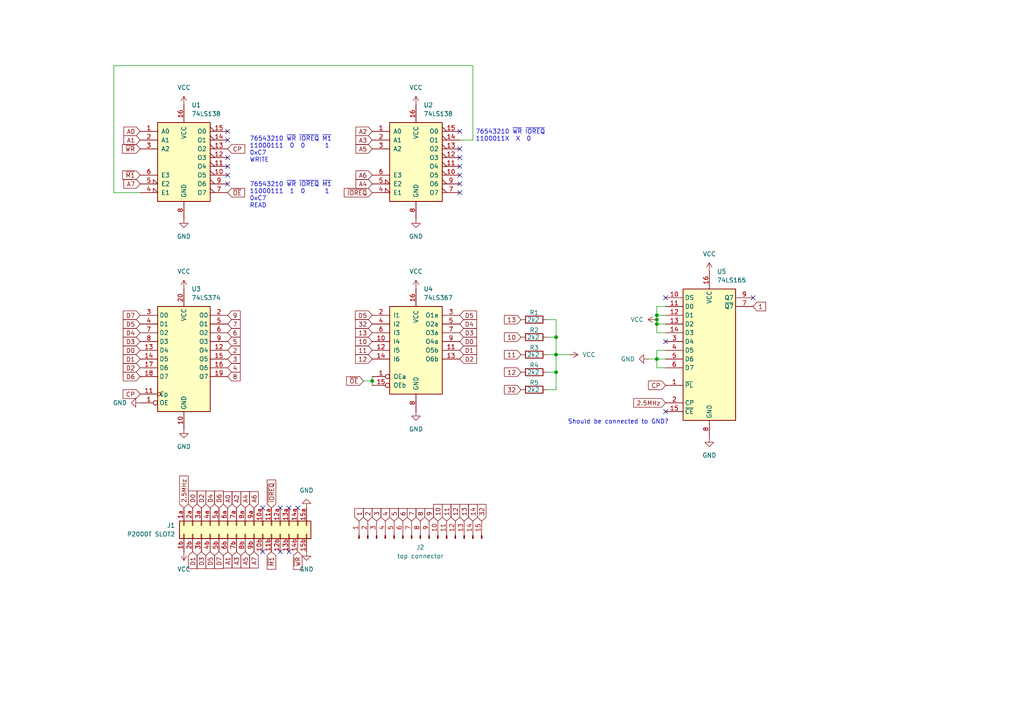
<source format=kicad_sch>
(kicad_sch
	(version 20231120)
	(generator "eeschema")
	(generator_version "8.0")
	(uuid "fed2f63f-e834-4b73-8e0d-0fc3a743b9a8")
	(paper "A4")
	(lib_symbols
		(symbol "74xx:74LS138"
			(pin_names
				(offset 1.016)
			)
			(exclude_from_sim no)
			(in_bom yes)
			(on_board yes)
			(property "Reference" "U"
				(at -7.62 11.43 0)
				(effects
					(font
						(size 1.27 1.27)
					)
				)
			)
			(property "Value" "74LS138"
				(at -7.62 -13.97 0)
				(effects
					(font
						(size 1.27 1.27)
					)
				)
			)
			(property "Footprint" ""
				(at 0 0 0)
				(effects
					(font
						(size 1.27 1.27)
					)
					(hide yes)
				)
			)
			(property "Datasheet" "http://www.ti.com/lit/gpn/sn74LS138"
				(at 0 0 0)
				(effects
					(font
						(size 1.27 1.27)
					)
					(hide yes)
				)
			)
			(property "Description" "Decoder 3 to 8 active low outputs"
				(at 0 0 0)
				(effects
					(font
						(size 1.27 1.27)
					)
					(hide yes)
				)
			)
			(property "ki_locked" ""
				(at 0 0 0)
				(effects
					(font
						(size 1.27 1.27)
					)
				)
			)
			(property "ki_keywords" "TTL DECOD DECOD8"
				(at 0 0 0)
				(effects
					(font
						(size 1.27 1.27)
					)
					(hide yes)
				)
			)
			(property "ki_fp_filters" "DIP?16*"
				(at 0 0 0)
				(effects
					(font
						(size 1.27 1.27)
					)
					(hide yes)
				)
			)
			(symbol "74LS138_1_0"
				(pin input line
					(at -12.7 7.62 0)
					(length 5.08)
					(name "A0"
						(effects
							(font
								(size 1.27 1.27)
							)
						)
					)
					(number "1"
						(effects
							(font
								(size 1.27 1.27)
							)
						)
					)
				)
				(pin output output_low
					(at 12.7 -5.08 180)
					(length 5.08)
					(name "O5"
						(effects
							(font
								(size 1.27 1.27)
							)
						)
					)
					(number "10"
						(effects
							(font
								(size 1.27 1.27)
							)
						)
					)
				)
				(pin output output_low
					(at 12.7 -2.54 180)
					(length 5.08)
					(name "O4"
						(effects
							(font
								(size 1.27 1.27)
							)
						)
					)
					(number "11"
						(effects
							(font
								(size 1.27 1.27)
							)
						)
					)
				)
				(pin output output_low
					(at 12.7 0 180)
					(length 5.08)
					(name "O3"
						(effects
							(font
								(size 1.27 1.27)
							)
						)
					)
					(number "12"
						(effects
							(font
								(size 1.27 1.27)
							)
						)
					)
				)
				(pin output output_low
					(at 12.7 2.54 180)
					(length 5.08)
					(name "O2"
						(effects
							(font
								(size 1.27 1.27)
							)
						)
					)
					(number "13"
						(effects
							(font
								(size 1.27 1.27)
							)
						)
					)
				)
				(pin output output_low
					(at 12.7 5.08 180)
					(length 5.08)
					(name "O1"
						(effects
							(font
								(size 1.27 1.27)
							)
						)
					)
					(number "14"
						(effects
							(font
								(size 1.27 1.27)
							)
						)
					)
				)
				(pin output output_low
					(at 12.7 7.62 180)
					(length 5.08)
					(name "O0"
						(effects
							(font
								(size 1.27 1.27)
							)
						)
					)
					(number "15"
						(effects
							(font
								(size 1.27 1.27)
							)
						)
					)
				)
				(pin power_in line
					(at 0 15.24 270)
					(length 5.08)
					(name "VCC"
						(effects
							(font
								(size 1.27 1.27)
							)
						)
					)
					(number "16"
						(effects
							(font
								(size 1.27 1.27)
							)
						)
					)
				)
				(pin input line
					(at -12.7 5.08 0)
					(length 5.08)
					(name "A1"
						(effects
							(font
								(size 1.27 1.27)
							)
						)
					)
					(number "2"
						(effects
							(font
								(size 1.27 1.27)
							)
						)
					)
				)
				(pin input line
					(at -12.7 2.54 0)
					(length 5.08)
					(name "A2"
						(effects
							(font
								(size 1.27 1.27)
							)
						)
					)
					(number "3"
						(effects
							(font
								(size 1.27 1.27)
							)
						)
					)
				)
				(pin input input_low
					(at -12.7 -10.16 0)
					(length 5.08)
					(name "E1"
						(effects
							(font
								(size 1.27 1.27)
							)
						)
					)
					(number "4"
						(effects
							(font
								(size 1.27 1.27)
							)
						)
					)
				)
				(pin input input_low
					(at -12.7 -7.62 0)
					(length 5.08)
					(name "E2"
						(effects
							(font
								(size 1.27 1.27)
							)
						)
					)
					(number "5"
						(effects
							(font
								(size 1.27 1.27)
							)
						)
					)
				)
				(pin input line
					(at -12.7 -5.08 0)
					(length 5.08)
					(name "E3"
						(effects
							(font
								(size 1.27 1.27)
							)
						)
					)
					(number "6"
						(effects
							(font
								(size 1.27 1.27)
							)
						)
					)
				)
				(pin output output_low
					(at 12.7 -10.16 180)
					(length 5.08)
					(name "O7"
						(effects
							(font
								(size 1.27 1.27)
							)
						)
					)
					(number "7"
						(effects
							(font
								(size 1.27 1.27)
							)
						)
					)
				)
				(pin power_in line
					(at 0 -17.78 90)
					(length 5.08)
					(name "GND"
						(effects
							(font
								(size 1.27 1.27)
							)
						)
					)
					(number "8"
						(effects
							(font
								(size 1.27 1.27)
							)
						)
					)
				)
				(pin output output_low
					(at 12.7 -7.62 180)
					(length 5.08)
					(name "O6"
						(effects
							(font
								(size 1.27 1.27)
							)
						)
					)
					(number "9"
						(effects
							(font
								(size 1.27 1.27)
							)
						)
					)
				)
			)
			(symbol "74LS138_1_1"
				(rectangle
					(start -7.62 10.16)
					(end 7.62 -12.7)
					(stroke
						(width 0.254)
						(type default)
					)
					(fill
						(type background)
					)
				)
			)
		)
		(symbol "74xx:74LS165"
			(exclude_from_sim no)
			(in_bom yes)
			(on_board yes)
			(property "Reference" "U"
				(at -7.62 19.05 0)
				(effects
					(font
						(size 1.27 1.27)
					)
				)
			)
			(property "Value" "74LS165"
				(at -7.62 -21.59 0)
				(effects
					(font
						(size 1.27 1.27)
					)
				)
			)
			(property "Footprint" ""
				(at 0 0 0)
				(effects
					(font
						(size 1.27 1.27)
					)
					(hide yes)
				)
			)
			(property "Datasheet" "https://www.ti.com/lit/ds/symlink/sn74ls165a.pdf"
				(at 0 0 0)
				(effects
					(font
						(size 1.27 1.27)
					)
					(hide yes)
				)
			)
			(property "Description" "Shift Register 8-bit, parallel load"
				(at 0 0 0)
				(effects
					(font
						(size 1.27 1.27)
					)
					(hide yes)
				)
			)
			(property "ki_keywords" "TTL SR SR8"
				(at 0 0 0)
				(effects
					(font
						(size 1.27 1.27)
					)
					(hide yes)
				)
			)
			(property "ki_fp_filters" "DIP?16* SO*16*3.9x9.9mm*P1.27mm* SSOP*16*5.3x6.2mm*P0.65mm* TSSOP*16*4.4x5mm*P0.65*"
				(at 0 0 0)
				(effects
					(font
						(size 1.27 1.27)
					)
					(hide yes)
				)
			)
			(symbol "74LS165_1_0"
				(pin input line
					(at -12.7 -10.16 0)
					(length 5.08)
					(name "~{PL}"
						(effects
							(font
								(size 1.27 1.27)
							)
						)
					)
					(number "1"
						(effects
							(font
								(size 1.27 1.27)
							)
						)
					)
				)
				(pin input line
					(at -12.7 15.24 0)
					(length 5.08)
					(name "DS"
						(effects
							(font
								(size 1.27 1.27)
							)
						)
					)
					(number "10"
						(effects
							(font
								(size 1.27 1.27)
							)
						)
					)
				)
				(pin input line
					(at -12.7 12.7 0)
					(length 5.08)
					(name "D0"
						(effects
							(font
								(size 1.27 1.27)
							)
						)
					)
					(number "11"
						(effects
							(font
								(size 1.27 1.27)
							)
						)
					)
				)
				(pin input line
					(at -12.7 10.16 0)
					(length 5.08)
					(name "D1"
						(effects
							(font
								(size 1.27 1.27)
							)
						)
					)
					(number "12"
						(effects
							(font
								(size 1.27 1.27)
							)
						)
					)
				)
				(pin input line
					(at -12.7 7.62 0)
					(length 5.08)
					(name "D2"
						(effects
							(font
								(size 1.27 1.27)
							)
						)
					)
					(number "13"
						(effects
							(font
								(size 1.27 1.27)
							)
						)
					)
				)
				(pin input line
					(at -12.7 5.08 0)
					(length 5.08)
					(name "D3"
						(effects
							(font
								(size 1.27 1.27)
							)
						)
					)
					(number "14"
						(effects
							(font
								(size 1.27 1.27)
							)
						)
					)
				)
				(pin input line
					(at -12.7 -17.78 0)
					(length 5.08)
					(name "~{CE}"
						(effects
							(font
								(size 1.27 1.27)
							)
						)
					)
					(number "15"
						(effects
							(font
								(size 1.27 1.27)
							)
						)
					)
				)
				(pin power_in line
					(at 0 22.86 270)
					(length 5.08)
					(name "VCC"
						(effects
							(font
								(size 1.27 1.27)
							)
						)
					)
					(number "16"
						(effects
							(font
								(size 1.27 1.27)
							)
						)
					)
				)
				(pin input line
					(at -12.7 -15.24 0)
					(length 5.08)
					(name "CP"
						(effects
							(font
								(size 1.27 1.27)
							)
						)
					)
					(number "2"
						(effects
							(font
								(size 1.27 1.27)
							)
						)
					)
				)
				(pin input line
					(at -12.7 2.54 0)
					(length 5.08)
					(name "D4"
						(effects
							(font
								(size 1.27 1.27)
							)
						)
					)
					(number "3"
						(effects
							(font
								(size 1.27 1.27)
							)
						)
					)
				)
				(pin input line
					(at -12.7 0 0)
					(length 5.08)
					(name "D5"
						(effects
							(font
								(size 1.27 1.27)
							)
						)
					)
					(number "4"
						(effects
							(font
								(size 1.27 1.27)
							)
						)
					)
				)
				(pin input line
					(at -12.7 -2.54 0)
					(length 5.08)
					(name "D6"
						(effects
							(font
								(size 1.27 1.27)
							)
						)
					)
					(number "5"
						(effects
							(font
								(size 1.27 1.27)
							)
						)
					)
				)
				(pin input line
					(at -12.7 -5.08 0)
					(length 5.08)
					(name "D7"
						(effects
							(font
								(size 1.27 1.27)
							)
						)
					)
					(number "6"
						(effects
							(font
								(size 1.27 1.27)
							)
						)
					)
				)
				(pin output line
					(at 12.7 12.7 180)
					(length 5.08)
					(name "~{Q7}"
						(effects
							(font
								(size 1.27 1.27)
							)
						)
					)
					(number "7"
						(effects
							(font
								(size 1.27 1.27)
							)
						)
					)
				)
				(pin power_in line
					(at 0 -25.4 90)
					(length 5.08)
					(name "GND"
						(effects
							(font
								(size 1.27 1.27)
							)
						)
					)
					(number "8"
						(effects
							(font
								(size 1.27 1.27)
							)
						)
					)
				)
				(pin output line
					(at 12.7 15.24 180)
					(length 5.08)
					(name "Q7"
						(effects
							(font
								(size 1.27 1.27)
							)
						)
					)
					(number "9"
						(effects
							(font
								(size 1.27 1.27)
							)
						)
					)
				)
			)
			(symbol "74LS165_1_1"
				(rectangle
					(start -7.62 17.78)
					(end 7.62 -20.32)
					(stroke
						(width 0.254)
						(type default)
					)
					(fill
						(type background)
					)
				)
			)
		)
		(symbol "74xx:74LS367"
			(pin_names
				(offset 1.016)
			)
			(exclude_from_sim no)
			(in_bom yes)
			(on_board yes)
			(property "Reference" "U"
				(at -7.62 13.97 0)
				(effects
					(font
						(size 1.27 1.27)
					)
				)
			)
			(property "Value" "74LS367"
				(at -7.62 -13.97 0)
				(effects
					(font
						(size 1.27 1.27)
					)
				)
			)
			(property "Footprint" ""
				(at 0 0 0)
				(effects
					(font
						(size 1.27 1.27)
					)
					(hide yes)
				)
			)
			(property "Datasheet" "http://www.ti.com/lit/gpn/sn74LS367"
				(at 0 0 0)
				(effects
					(font
						(size 1.27 1.27)
					)
					(hide yes)
				)
			)
			(property "Description" "Hex Bus Driver 3-state outputs"
				(at 0 0 0)
				(effects
					(font
						(size 1.27 1.27)
					)
					(hide yes)
				)
			)
			(property "ki_locked" ""
				(at 0 0 0)
				(effects
					(font
						(size 1.27 1.27)
					)
				)
			)
			(property "ki_keywords" "TTL Buffer BUS 3State"
				(at 0 0 0)
				(effects
					(font
						(size 1.27 1.27)
					)
					(hide yes)
				)
			)
			(property "ki_fp_filters" "DIP?16*"
				(at 0 0 0)
				(effects
					(font
						(size 1.27 1.27)
					)
					(hide yes)
				)
			)
			(symbol "74LS367_1_0"
				(pin input inverted
					(at -12.7 -7.62 0)
					(length 5.08)
					(name "OEa"
						(effects
							(font
								(size 1.27 1.27)
							)
						)
					)
					(number "1"
						(effects
							(font
								(size 1.27 1.27)
							)
						)
					)
				)
				(pin input line
					(at -12.7 2.54 0)
					(length 5.08)
					(name "I4"
						(effects
							(font
								(size 1.27 1.27)
							)
						)
					)
					(number "10"
						(effects
							(font
								(size 1.27 1.27)
							)
						)
					)
				)
				(pin tri_state line
					(at 12.7 0 180)
					(length 5.08)
					(name "O5b"
						(effects
							(font
								(size 1.27 1.27)
							)
						)
					)
					(number "11"
						(effects
							(font
								(size 1.27 1.27)
							)
						)
					)
				)
				(pin input line
					(at -12.7 0 0)
					(length 5.08)
					(name "I5"
						(effects
							(font
								(size 1.27 1.27)
							)
						)
					)
					(number "12"
						(effects
							(font
								(size 1.27 1.27)
							)
						)
					)
				)
				(pin tri_state line
					(at 12.7 -2.54 180)
					(length 5.08)
					(name "O6b"
						(effects
							(font
								(size 1.27 1.27)
							)
						)
					)
					(number "13"
						(effects
							(font
								(size 1.27 1.27)
							)
						)
					)
				)
				(pin input line
					(at -12.7 -2.54 0)
					(length 5.08)
					(name "I6"
						(effects
							(font
								(size 1.27 1.27)
							)
						)
					)
					(number "14"
						(effects
							(font
								(size 1.27 1.27)
							)
						)
					)
				)
				(pin input inverted
					(at -12.7 -10.16 0)
					(length 5.08)
					(name "OEb"
						(effects
							(font
								(size 1.27 1.27)
							)
						)
					)
					(number "15"
						(effects
							(font
								(size 1.27 1.27)
							)
						)
					)
				)
				(pin power_in line
					(at 0 17.78 270)
					(length 5.08)
					(name "VCC"
						(effects
							(font
								(size 1.27 1.27)
							)
						)
					)
					(number "16"
						(effects
							(font
								(size 1.27 1.27)
							)
						)
					)
				)
				(pin input line
					(at -12.7 10.16 0)
					(length 5.08)
					(name "I1"
						(effects
							(font
								(size 1.27 1.27)
							)
						)
					)
					(number "2"
						(effects
							(font
								(size 1.27 1.27)
							)
						)
					)
				)
				(pin tri_state line
					(at 12.7 10.16 180)
					(length 5.08)
					(name "O1a"
						(effects
							(font
								(size 1.27 1.27)
							)
						)
					)
					(number "3"
						(effects
							(font
								(size 1.27 1.27)
							)
						)
					)
				)
				(pin input line
					(at -12.7 7.62 0)
					(length 5.08)
					(name "I2"
						(effects
							(font
								(size 1.27 1.27)
							)
						)
					)
					(number "4"
						(effects
							(font
								(size 1.27 1.27)
							)
						)
					)
				)
				(pin tri_state line
					(at 12.7 7.62 180)
					(length 5.08)
					(name "O2a"
						(effects
							(font
								(size 1.27 1.27)
							)
						)
					)
					(number "5"
						(effects
							(font
								(size 1.27 1.27)
							)
						)
					)
				)
				(pin input line
					(at -12.7 5.08 0)
					(length 5.08)
					(name "I3"
						(effects
							(font
								(size 1.27 1.27)
							)
						)
					)
					(number "6"
						(effects
							(font
								(size 1.27 1.27)
							)
						)
					)
				)
				(pin tri_state line
					(at 12.7 5.08 180)
					(length 5.08)
					(name "O3a"
						(effects
							(font
								(size 1.27 1.27)
							)
						)
					)
					(number "7"
						(effects
							(font
								(size 1.27 1.27)
							)
						)
					)
				)
				(pin power_in line
					(at 0 -17.78 90)
					(length 5.08)
					(name "GND"
						(effects
							(font
								(size 1.27 1.27)
							)
						)
					)
					(number "8"
						(effects
							(font
								(size 1.27 1.27)
							)
						)
					)
				)
				(pin tri_state line
					(at 12.7 2.54 180)
					(length 5.08)
					(name "O4a"
						(effects
							(font
								(size 1.27 1.27)
							)
						)
					)
					(number "9"
						(effects
							(font
								(size 1.27 1.27)
							)
						)
					)
				)
			)
			(symbol "74LS367_1_1"
				(rectangle
					(start -7.62 12.7)
					(end 7.62 -12.7)
					(stroke
						(width 0.254)
						(type default)
					)
					(fill
						(type background)
					)
				)
			)
		)
		(symbol "74xx:74LS374"
			(exclude_from_sim no)
			(in_bom yes)
			(on_board yes)
			(property "Reference" "U"
				(at -7.62 16.51 0)
				(effects
					(font
						(size 1.27 1.27)
					)
				)
			)
			(property "Value" "74LS374"
				(at -7.62 -16.51 0)
				(effects
					(font
						(size 1.27 1.27)
					)
				)
			)
			(property "Footprint" ""
				(at 0 0 0)
				(effects
					(font
						(size 1.27 1.27)
					)
					(hide yes)
				)
			)
			(property "Datasheet" "http://www.ti.com/lit/gpn/sn74LS374"
				(at 0 0 0)
				(effects
					(font
						(size 1.27 1.27)
					)
					(hide yes)
				)
			)
			(property "Description" "8-bit Register, 3-state outputs"
				(at 0 0 0)
				(effects
					(font
						(size 1.27 1.27)
					)
					(hide yes)
				)
			)
			(property "ki_keywords" "TTL DFF DFF8 REG 3State"
				(at 0 0 0)
				(effects
					(font
						(size 1.27 1.27)
					)
					(hide yes)
				)
			)
			(property "ki_fp_filters" "DIP?20* SOIC?20* SO?20*"
				(at 0 0 0)
				(effects
					(font
						(size 1.27 1.27)
					)
					(hide yes)
				)
			)
			(symbol "74LS374_1_0"
				(pin input inverted
					(at -12.7 -12.7 0)
					(length 5.08)
					(name "OE"
						(effects
							(font
								(size 1.27 1.27)
							)
						)
					)
					(number "1"
						(effects
							(font
								(size 1.27 1.27)
							)
						)
					)
				)
				(pin power_in line
					(at 0 -20.32 90)
					(length 5.08)
					(name "GND"
						(effects
							(font
								(size 1.27 1.27)
							)
						)
					)
					(number "10"
						(effects
							(font
								(size 1.27 1.27)
							)
						)
					)
				)
				(pin input clock
					(at -12.7 -10.16 0)
					(length 5.08)
					(name "Cp"
						(effects
							(font
								(size 1.27 1.27)
							)
						)
					)
					(number "11"
						(effects
							(font
								(size 1.27 1.27)
							)
						)
					)
				)
				(pin tri_state line
					(at 12.7 2.54 180)
					(length 5.08)
					(name "O4"
						(effects
							(font
								(size 1.27 1.27)
							)
						)
					)
					(number "12"
						(effects
							(font
								(size 1.27 1.27)
							)
						)
					)
				)
				(pin input line
					(at -12.7 2.54 0)
					(length 5.08)
					(name "D4"
						(effects
							(font
								(size 1.27 1.27)
							)
						)
					)
					(number "13"
						(effects
							(font
								(size 1.27 1.27)
							)
						)
					)
				)
				(pin input line
					(at -12.7 0 0)
					(length 5.08)
					(name "D5"
						(effects
							(font
								(size 1.27 1.27)
							)
						)
					)
					(number "14"
						(effects
							(font
								(size 1.27 1.27)
							)
						)
					)
				)
				(pin tri_state line
					(at 12.7 0 180)
					(length 5.08)
					(name "O5"
						(effects
							(font
								(size 1.27 1.27)
							)
						)
					)
					(number "15"
						(effects
							(font
								(size 1.27 1.27)
							)
						)
					)
				)
				(pin tri_state line
					(at 12.7 -2.54 180)
					(length 5.08)
					(name "O6"
						(effects
							(font
								(size 1.27 1.27)
							)
						)
					)
					(number "16"
						(effects
							(font
								(size 1.27 1.27)
							)
						)
					)
				)
				(pin input line
					(at -12.7 -2.54 0)
					(length 5.08)
					(name "D6"
						(effects
							(font
								(size 1.27 1.27)
							)
						)
					)
					(number "17"
						(effects
							(font
								(size 1.27 1.27)
							)
						)
					)
				)
				(pin input line
					(at -12.7 -5.08 0)
					(length 5.08)
					(name "D7"
						(effects
							(font
								(size 1.27 1.27)
							)
						)
					)
					(number "18"
						(effects
							(font
								(size 1.27 1.27)
							)
						)
					)
				)
				(pin tri_state line
					(at 12.7 -5.08 180)
					(length 5.08)
					(name "O7"
						(effects
							(font
								(size 1.27 1.27)
							)
						)
					)
					(number "19"
						(effects
							(font
								(size 1.27 1.27)
							)
						)
					)
				)
				(pin tri_state line
					(at 12.7 12.7 180)
					(length 5.08)
					(name "O0"
						(effects
							(font
								(size 1.27 1.27)
							)
						)
					)
					(number "2"
						(effects
							(font
								(size 1.27 1.27)
							)
						)
					)
				)
				(pin power_in line
					(at 0 20.32 270)
					(length 5.08)
					(name "VCC"
						(effects
							(font
								(size 1.27 1.27)
							)
						)
					)
					(number "20"
						(effects
							(font
								(size 1.27 1.27)
							)
						)
					)
				)
				(pin input line
					(at -12.7 12.7 0)
					(length 5.08)
					(name "D0"
						(effects
							(font
								(size 1.27 1.27)
							)
						)
					)
					(number "3"
						(effects
							(font
								(size 1.27 1.27)
							)
						)
					)
				)
				(pin input line
					(at -12.7 10.16 0)
					(length 5.08)
					(name "D1"
						(effects
							(font
								(size 1.27 1.27)
							)
						)
					)
					(number "4"
						(effects
							(font
								(size 1.27 1.27)
							)
						)
					)
				)
				(pin tri_state line
					(at 12.7 10.16 180)
					(length 5.08)
					(name "O1"
						(effects
							(font
								(size 1.27 1.27)
							)
						)
					)
					(number "5"
						(effects
							(font
								(size 1.27 1.27)
							)
						)
					)
				)
				(pin tri_state line
					(at 12.7 7.62 180)
					(length 5.08)
					(name "O2"
						(effects
							(font
								(size 1.27 1.27)
							)
						)
					)
					(number "6"
						(effects
							(font
								(size 1.27 1.27)
							)
						)
					)
				)
				(pin input line
					(at -12.7 7.62 0)
					(length 5.08)
					(name "D2"
						(effects
							(font
								(size 1.27 1.27)
							)
						)
					)
					(number "7"
						(effects
							(font
								(size 1.27 1.27)
							)
						)
					)
				)
				(pin input line
					(at -12.7 5.08 0)
					(length 5.08)
					(name "D3"
						(effects
							(font
								(size 1.27 1.27)
							)
						)
					)
					(number "8"
						(effects
							(font
								(size 1.27 1.27)
							)
						)
					)
				)
				(pin tri_state line
					(at 12.7 5.08 180)
					(length 5.08)
					(name "O3"
						(effects
							(font
								(size 1.27 1.27)
							)
						)
					)
					(number "9"
						(effects
							(font
								(size 1.27 1.27)
							)
						)
					)
				)
			)
			(symbol "74LS374_1_1"
				(rectangle
					(start -7.62 15.24)
					(end 7.62 -15.24)
					(stroke
						(width 0.254)
						(type default)
					)
					(fill
						(type background)
					)
				)
			)
		)
		(symbol "Connector:Conn_01x15_Pin"
			(pin_names
				(offset 1.016) hide)
			(exclude_from_sim no)
			(in_bom yes)
			(on_board yes)
			(property "Reference" "J"
				(at 0 20.32 0)
				(effects
					(font
						(size 1.27 1.27)
					)
				)
			)
			(property "Value" "Conn_01x15_Pin"
				(at 0 -20.32 0)
				(effects
					(font
						(size 1.27 1.27)
					)
				)
			)
			(property "Footprint" ""
				(at 0 0 0)
				(effects
					(font
						(size 1.27 1.27)
					)
					(hide yes)
				)
			)
			(property "Datasheet" "~"
				(at 0 0 0)
				(effects
					(font
						(size 1.27 1.27)
					)
					(hide yes)
				)
			)
			(property "Description" "Generic connector, single row, 01x15, script generated"
				(at 0 0 0)
				(effects
					(font
						(size 1.27 1.27)
					)
					(hide yes)
				)
			)
			(property "ki_locked" ""
				(at 0 0 0)
				(effects
					(font
						(size 1.27 1.27)
					)
				)
			)
			(property "ki_keywords" "connector"
				(at 0 0 0)
				(effects
					(font
						(size 1.27 1.27)
					)
					(hide yes)
				)
			)
			(property "ki_fp_filters" "Connector*:*_1x??_*"
				(at 0 0 0)
				(effects
					(font
						(size 1.27 1.27)
					)
					(hide yes)
				)
			)
			(symbol "Conn_01x15_Pin_1_1"
				(polyline
					(pts
						(xy 1.27 -17.78) (xy 0.8636 -17.78)
					)
					(stroke
						(width 0.1524)
						(type default)
					)
					(fill
						(type none)
					)
				)
				(polyline
					(pts
						(xy 1.27 -15.24) (xy 0.8636 -15.24)
					)
					(stroke
						(width 0.1524)
						(type default)
					)
					(fill
						(type none)
					)
				)
				(polyline
					(pts
						(xy 1.27 -12.7) (xy 0.8636 -12.7)
					)
					(stroke
						(width 0.1524)
						(type default)
					)
					(fill
						(type none)
					)
				)
				(polyline
					(pts
						(xy 1.27 -10.16) (xy 0.8636 -10.16)
					)
					(stroke
						(width 0.1524)
						(type default)
					)
					(fill
						(type none)
					)
				)
				(polyline
					(pts
						(xy 1.27 -7.62) (xy 0.8636 -7.62)
					)
					(stroke
						(width 0.1524)
						(type default)
					)
					(fill
						(type none)
					)
				)
				(polyline
					(pts
						(xy 1.27 -5.08) (xy 0.8636 -5.08)
					)
					(stroke
						(width 0.1524)
						(type default)
					)
					(fill
						(type none)
					)
				)
				(polyline
					(pts
						(xy 1.27 -2.54) (xy 0.8636 -2.54)
					)
					(stroke
						(width 0.1524)
						(type default)
					)
					(fill
						(type none)
					)
				)
				(polyline
					(pts
						(xy 1.27 0) (xy 0.8636 0)
					)
					(stroke
						(width 0.1524)
						(type default)
					)
					(fill
						(type none)
					)
				)
				(polyline
					(pts
						(xy 1.27 2.54) (xy 0.8636 2.54)
					)
					(stroke
						(width 0.1524)
						(type default)
					)
					(fill
						(type none)
					)
				)
				(polyline
					(pts
						(xy 1.27 5.08) (xy 0.8636 5.08)
					)
					(stroke
						(width 0.1524)
						(type default)
					)
					(fill
						(type none)
					)
				)
				(polyline
					(pts
						(xy 1.27 7.62) (xy 0.8636 7.62)
					)
					(stroke
						(width 0.1524)
						(type default)
					)
					(fill
						(type none)
					)
				)
				(polyline
					(pts
						(xy 1.27 10.16) (xy 0.8636 10.16)
					)
					(stroke
						(width 0.1524)
						(type default)
					)
					(fill
						(type none)
					)
				)
				(polyline
					(pts
						(xy 1.27 12.7) (xy 0.8636 12.7)
					)
					(stroke
						(width 0.1524)
						(type default)
					)
					(fill
						(type none)
					)
				)
				(polyline
					(pts
						(xy 1.27 15.24) (xy 0.8636 15.24)
					)
					(stroke
						(width 0.1524)
						(type default)
					)
					(fill
						(type none)
					)
				)
				(polyline
					(pts
						(xy 1.27 17.78) (xy 0.8636 17.78)
					)
					(stroke
						(width 0.1524)
						(type default)
					)
					(fill
						(type none)
					)
				)
				(rectangle
					(start 0.8636 -17.653)
					(end 0 -17.907)
					(stroke
						(width 0.1524)
						(type default)
					)
					(fill
						(type outline)
					)
				)
				(rectangle
					(start 0.8636 -15.113)
					(end 0 -15.367)
					(stroke
						(width 0.1524)
						(type default)
					)
					(fill
						(type outline)
					)
				)
				(rectangle
					(start 0.8636 -12.573)
					(end 0 -12.827)
					(stroke
						(width 0.1524)
						(type default)
					)
					(fill
						(type outline)
					)
				)
				(rectangle
					(start 0.8636 -10.033)
					(end 0 -10.287)
					(stroke
						(width 0.1524)
						(type default)
					)
					(fill
						(type outline)
					)
				)
				(rectangle
					(start 0.8636 -7.493)
					(end 0 -7.747)
					(stroke
						(width 0.1524)
						(type default)
					)
					(fill
						(type outline)
					)
				)
				(rectangle
					(start 0.8636 -4.953)
					(end 0 -5.207)
					(stroke
						(width 0.1524)
						(type default)
					)
					(fill
						(type outline)
					)
				)
				(rectangle
					(start 0.8636 -2.413)
					(end 0 -2.667)
					(stroke
						(width 0.1524)
						(type default)
					)
					(fill
						(type outline)
					)
				)
				(rectangle
					(start 0.8636 0.127)
					(end 0 -0.127)
					(stroke
						(width 0.1524)
						(type default)
					)
					(fill
						(type outline)
					)
				)
				(rectangle
					(start 0.8636 2.667)
					(end 0 2.413)
					(stroke
						(width 0.1524)
						(type default)
					)
					(fill
						(type outline)
					)
				)
				(rectangle
					(start 0.8636 5.207)
					(end 0 4.953)
					(stroke
						(width 0.1524)
						(type default)
					)
					(fill
						(type outline)
					)
				)
				(rectangle
					(start 0.8636 7.747)
					(end 0 7.493)
					(stroke
						(width 0.1524)
						(type default)
					)
					(fill
						(type outline)
					)
				)
				(rectangle
					(start 0.8636 10.287)
					(end 0 10.033)
					(stroke
						(width 0.1524)
						(type default)
					)
					(fill
						(type outline)
					)
				)
				(rectangle
					(start 0.8636 12.827)
					(end 0 12.573)
					(stroke
						(width 0.1524)
						(type default)
					)
					(fill
						(type outline)
					)
				)
				(rectangle
					(start 0.8636 15.367)
					(end 0 15.113)
					(stroke
						(width 0.1524)
						(type default)
					)
					(fill
						(type outline)
					)
				)
				(rectangle
					(start 0.8636 17.907)
					(end 0 17.653)
					(stroke
						(width 0.1524)
						(type default)
					)
					(fill
						(type outline)
					)
				)
				(pin passive line
					(at 5.08 17.78 180)
					(length 3.81)
					(name "Pin_1"
						(effects
							(font
								(size 1.27 1.27)
							)
						)
					)
					(number "1"
						(effects
							(font
								(size 1.27 1.27)
							)
						)
					)
				)
				(pin passive line
					(at 5.08 -5.08 180)
					(length 3.81)
					(name "Pin_10"
						(effects
							(font
								(size 1.27 1.27)
							)
						)
					)
					(number "10"
						(effects
							(font
								(size 1.27 1.27)
							)
						)
					)
				)
				(pin passive line
					(at 5.08 -7.62 180)
					(length 3.81)
					(name "Pin_11"
						(effects
							(font
								(size 1.27 1.27)
							)
						)
					)
					(number "11"
						(effects
							(font
								(size 1.27 1.27)
							)
						)
					)
				)
				(pin passive line
					(at 5.08 -10.16 180)
					(length 3.81)
					(name "Pin_12"
						(effects
							(font
								(size 1.27 1.27)
							)
						)
					)
					(number "12"
						(effects
							(font
								(size 1.27 1.27)
							)
						)
					)
				)
				(pin passive line
					(at 5.08 -12.7 180)
					(length 3.81)
					(name "Pin_13"
						(effects
							(font
								(size 1.27 1.27)
							)
						)
					)
					(number "13"
						(effects
							(font
								(size 1.27 1.27)
							)
						)
					)
				)
				(pin passive line
					(at 5.08 -15.24 180)
					(length 3.81)
					(name "Pin_14"
						(effects
							(font
								(size 1.27 1.27)
							)
						)
					)
					(number "14"
						(effects
							(font
								(size 1.27 1.27)
							)
						)
					)
				)
				(pin passive line
					(at 5.08 -17.78 180)
					(length 3.81)
					(name "Pin_15"
						(effects
							(font
								(size 1.27 1.27)
							)
						)
					)
					(number "15"
						(effects
							(font
								(size 1.27 1.27)
							)
						)
					)
				)
				(pin passive line
					(at 5.08 15.24 180)
					(length 3.81)
					(name "Pin_2"
						(effects
							(font
								(size 1.27 1.27)
							)
						)
					)
					(number "2"
						(effects
							(font
								(size 1.27 1.27)
							)
						)
					)
				)
				(pin passive line
					(at 5.08 12.7 180)
					(length 3.81)
					(name "Pin_3"
						(effects
							(font
								(size 1.27 1.27)
							)
						)
					)
					(number "3"
						(effects
							(font
								(size 1.27 1.27)
							)
						)
					)
				)
				(pin passive line
					(at 5.08 10.16 180)
					(length 3.81)
					(name "Pin_4"
						(effects
							(font
								(size 1.27 1.27)
							)
						)
					)
					(number "4"
						(effects
							(font
								(size 1.27 1.27)
							)
						)
					)
				)
				(pin passive line
					(at 5.08 7.62 180)
					(length 3.81)
					(name "Pin_5"
						(effects
							(font
								(size 1.27 1.27)
							)
						)
					)
					(number "5"
						(effects
							(font
								(size 1.27 1.27)
							)
						)
					)
				)
				(pin passive line
					(at 5.08 5.08 180)
					(length 3.81)
					(name "Pin_6"
						(effects
							(font
								(size 1.27 1.27)
							)
						)
					)
					(number "6"
						(effects
							(font
								(size 1.27 1.27)
							)
						)
					)
				)
				(pin passive line
					(at 5.08 2.54 180)
					(length 3.81)
					(name "Pin_7"
						(effects
							(font
								(size 1.27 1.27)
							)
						)
					)
					(number "7"
						(effects
							(font
								(size 1.27 1.27)
							)
						)
					)
				)
				(pin passive line
					(at 5.08 0 180)
					(length 3.81)
					(name "Pin_8"
						(effects
							(font
								(size 1.27 1.27)
							)
						)
					)
					(number "8"
						(effects
							(font
								(size 1.27 1.27)
							)
						)
					)
				)
				(pin passive line
					(at 5.08 -2.54 180)
					(length 3.81)
					(name "Pin_9"
						(effects
							(font
								(size 1.27 1.27)
							)
						)
					)
					(number "9"
						(effects
							(font
								(size 1.27 1.27)
							)
						)
					)
				)
			)
		)
		(symbol "Connector_Generic:Conn_02x15_Row_Letter_Last"
			(pin_names
				(offset 1.016) hide)
			(exclude_from_sim no)
			(in_bom yes)
			(on_board yes)
			(property "Reference" "J"
				(at 1.27 20.32 0)
				(effects
					(font
						(size 1.27 1.27)
					)
				)
			)
			(property "Value" "Conn_02x15_Row_Letter_Last"
				(at 1.27 -20.32 0)
				(effects
					(font
						(size 1.27 1.27)
					)
				)
			)
			(property "Footprint" ""
				(at 0 0 0)
				(effects
					(font
						(size 1.27 1.27)
					)
					(hide yes)
				)
			)
			(property "Datasheet" "~"
				(at 0 0 0)
				(effects
					(font
						(size 1.27 1.27)
					)
					(hide yes)
				)
			)
			(property "Description" "Generic connector, double row, 02x15, row letter last pin numbering scheme (pin number consists of a letter for the row and a number for the pin index in this row. 1a, ..., Na; 1b, ..., Nb)), script generated (kicad-library-utils/schlib/autogen/connector/)"
				(at 0 0 0)
				(effects
					(font
						(size 1.27 1.27)
					)
					(hide yes)
				)
			)
			(property "ki_keywords" "connector"
				(at 0 0 0)
				(effects
					(font
						(size 1.27 1.27)
					)
					(hide yes)
				)
			)
			(property "ki_fp_filters" "Connector*:*_2x??_*"
				(at 0 0 0)
				(effects
					(font
						(size 1.27 1.27)
					)
					(hide yes)
				)
			)
			(symbol "Conn_02x15_Row_Letter_Last_1_1"
				(rectangle
					(start -1.27 -17.653)
					(end 0 -17.907)
					(stroke
						(width 0.1524)
						(type default)
					)
					(fill
						(type none)
					)
				)
				(rectangle
					(start -1.27 -15.113)
					(end 0 -15.367)
					(stroke
						(width 0.1524)
						(type default)
					)
					(fill
						(type none)
					)
				)
				(rectangle
					(start -1.27 -12.573)
					(end 0 -12.827)
					(stroke
						(width 0.1524)
						(type default)
					)
					(fill
						(type none)
					)
				)
				(rectangle
					(start -1.27 -10.033)
					(end 0 -10.287)
					(stroke
						(width 0.1524)
						(type default)
					)
					(fill
						(type none)
					)
				)
				(rectangle
					(start -1.27 -7.493)
					(end 0 -7.747)
					(stroke
						(width 0.1524)
						(type default)
					)
					(fill
						(type none)
					)
				)
				(rectangle
					(start -1.27 -4.953)
					(end 0 -5.207)
					(stroke
						(width 0.1524)
						(type default)
					)
					(fill
						(type none)
					)
				)
				(rectangle
					(start -1.27 -2.413)
					(end 0 -2.667)
					(stroke
						(width 0.1524)
						(type default)
					)
					(fill
						(type none)
					)
				)
				(rectangle
					(start -1.27 0.127)
					(end 0 -0.127)
					(stroke
						(width 0.1524)
						(type default)
					)
					(fill
						(type none)
					)
				)
				(rectangle
					(start -1.27 2.667)
					(end 0 2.413)
					(stroke
						(width 0.1524)
						(type default)
					)
					(fill
						(type none)
					)
				)
				(rectangle
					(start -1.27 5.207)
					(end 0 4.953)
					(stroke
						(width 0.1524)
						(type default)
					)
					(fill
						(type none)
					)
				)
				(rectangle
					(start -1.27 7.747)
					(end 0 7.493)
					(stroke
						(width 0.1524)
						(type default)
					)
					(fill
						(type none)
					)
				)
				(rectangle
					(start -1.27 10.287)
					(end 0 10.033)
					(stroke
						(width 0.1524)
						(type default)
					)
					(fill
						(type none)
					)
				)
				(rectangle
					(start -1.27 12.827)
					(end 0 12.573)
					(stroke
						(width 0.1524)
						(type default)
					)
					(fill
						(type none)
					)
				)
				(rectangle
					(start -1.27 15.367)
					(end 0 15.113)
					(stroke
						(width 0.1524)
						(type default)
					)
					(fill
						(type none)
					)
				)
				(rectangle
					(start -1.27 17.907)
					(end 0 17.653)
					(stroke
						(width 0.1524)
						(type default)
					)
					(fill
						(type none)
					)
				)
				(rectangle
					(start -1.27 19.05)
					(end 3.81 -19.05)
					(stroke
						(width 0.254)
						(type default)
					)
					(fill
						(type background)
					)
				)
				(rectangle
					(start 3.81 -17.653)
					(end 2.54 -17.907)
					(stroke
						(width 0.1524)
						(type default)
					)
					(fill
						(type none)
					)
				)
				(rectangle
					(start 3.81 -15.113)
					(end 2.54 -15.367)
					(stroke
						(width 0.1524)
						(type default)
					)
					(fill
						(type none)
					)
				)
				(rectangle
					(start 3.81 -12.573)
					(end 2.54 -12.827)
					(stroke
						(width 0.1524)
						(type default)
					)
					(fill
						(type none)
					)
				)
				(rectangle
					(start 3.81 -10.033)
					(end 2.54 -10.287)
					(stroke
						(width 0.1524)
						(type default)
					)
					(fill
						(type none)
					)
				)
				(rectangle
					(start 3.81 -7.493)
					(end 2.54 -7.747)
					(stroke
						(width 0.1524)
						(type default)
					)
					(fill
						(type none)
					)
				)
				(rectangle
					(start 3.81 -4.953)
					(end 2.54 -5.207)
					(stroke
						(width 0.1524)
						(type default)
					)
					(fill
						(type none)
					)
				)
				(rectangle
					(start 3.81 -2.413)
					(end 2.54 -2.667)
					(stroke
						(width 0.1524)
						(type default)
					)
					(fill
						(type none)
					)
				)
				(rectangle
					(start 3.81 0.127)
					(end 2.54 -0.127)
					(stroke
						(width 0.1524)
						(type default)
					)
					(fill
						(type none)
					)
				)
				(rectangle
					(start 3.81 2.667)
					(end 2.54 2.413)
					(stroke
						(width 0.1524)
						(type default)
					)
					(fill
						(type none)
					)
				)
				(rectangle
					(start 3.81 5.207)
					(end 2.54 4.953)
					(stroke
						(width 0.1524)
						(type default)
					)
					(fill
						(type none)
					)
				)
				(rectangle
					(start 3.81 7.747)
					(end 2.54 7.493)
					(stroke
						(width 0.1524)
						(type default)
					)
					(fill
						(type none)
					)
				)
				(rectangle
					(start 3.81 10.287)
					(end 2.54 10.033)
					(stroke
						(width 0.1524)
						(type default)
					)
					(fill
						(type none)
					)
				)
				(rectangle
					(start 3.81 12.827)
					(end 2.54 12.573)
					(stroke
						(width 0.1524)
						(type default)
					)
					(fill
						(type none)
					)
				)
				(rectangle
					(start 3.81 15.367)
					(end 2.54 15.113)
					(stroke
						(width 0.1524)
						(type default)
					)
					(fill
						(type none)
					)
				)
				(rectangle
					(start 3.81 17.907)
					(end 2.54 17.653)
					(stroke
						(width 0.1524)
						(type default)
					)
					(fill
						(type none)
					)
				)
				(pin passive line
					(at -5.08 -5.08 0)
					(length 3.81)
					(name "Pin_10a"
						(effects
							(font
								(size 1.27 1.27)
							)
						)
					)
					(number "10a"
						(effects
							(font
								(size 1.27 1.27)
							)
						)
					)
				)
				(pin passive line
					(at 7.62 -5.08 180)
					(length 3.81)
					(name "Pin_10b"
						(effects
							(font
								(size 1.27 1.27)
							)
						)
					)
					(number "10b"
						(effects
							(font
								(size 1.27 1.27)
							)
						)
					)
				)
				(pin passive line
					(at -5.08 -7.62 0)
					(length 3.81)
					(name "Pin_11a"
						(effects
							(font
								(size 1.27 1.27)
							)
						)
					)
					(number "11a"
						(effects
							(font
								(size 1.27 1.27)
							)
						)
					)
				)
				(pin passive line
					(at 7.62 -7.62 180)
					(length 3.81)
					(name "Pin_11b"
						(effects
							(font
								(size 1.27 1.27)
							)
						)
					)
					(number "11b"
						(effects
							(font
								(size 1.27 1.27)
							)
						)
					)
				)
				(pin passive line
					(at -5.08 -10.16 0)
					(length 3.81)
					(name "Pin_12a"
						(effects
							(font
								(size 1.27 1.27)
							)
						)
					)
					(number "12a"
						(effects
							(font
								(size 1.27 1.27)
							)
						)
					)
				)
				(pin passive line
					(at 7.62 -10.16 180)
					(length 3.81)
					(name "Pin_12b"
						(effects
							(font
								(size 1.27 1.27)
							)
						)
					)
					(number "12b"
						(effects
							(font
								(size 1.27 1.27)
							)
						)
					)
				)
				(pin passive line
					(at -5.08 -12.7 0)
					(length 3.81)
					(name "Pin_13a"
						(effects
							(font
								(size 1.27 1.27)
							)
						)
					)
					(number "13a"
						(effects
							(font
								(size 1.27 1.27)
							)
						)
					)
				)
				(pin passive line
					(at 7.62 -12.7 180)
					(length 3.81)
					(name "Pin_13b"
						(effects
							(font
								(size 1.27 1.27)
							)
						)
					)
					(number "13b"
						(effects
							(font
								(size 1.27 1.27)
							)
						)
					)
				)
				(pin passive line
					(at -5.08 -15.24 0)
					(length 3.81)
					(name "Pin_14a"
						(effects
							(font
								(size 1.27 1.27)
							)
						)
					)
					(number "14a"
						(effects
							(font
								(size 1.27 1.27)
							)
						)
					)
				)
				(pin passive line
					(at 7.62 -15.24 180)
					(length 3.81)
					(name "Pin_14b"
						(effects
							(font
								(size 1.27 1.27)
							)
						)
					)
					(number "14b"
						(effects
							(font
								(size 1.27 1.27)
							)
						)
					)
				)
				(pin passive line
					(at -5.08 -17.78 0)
					(length 3.81)
					(name "Pin_15a"
						(effects
							(font
								(size 1.27 1.27)
							)
						)
					)
					(number "15a"
						(effects
							(font
								(size 1.27 1.27)
							)
						)
					)
				)
				(pin passive line
					(at 7.62 -17.78 180)
					(length 3.81)
					(name "Pin_15b"
						(effects
							(font
								(size 1.27 1.27)
							)
						)
					)
					(number "15b"
						(effects
							(font
								(size 1.27 1.27)
							)
						)
					)
				)
				(pin passive line
					(at -5.08 17.78 0)
					(length 3.81)
					(name "Pin_1a"
						(effects
							(font
								(size 1.27 1.27)
							)
						)
					)
					(number "1a"
						(effects
							(font
								(size 1.27 1.27)
							)
						)
					)
				)
				(pin passive line
					(at 7.62 17.78 180)
					(length 3.81)
					(name "Pin_1b"
						(effects
							(font
								(size 1.27 1.27)
							)
						)
					)
					(number "1b"
						(effects
							(font
								(size 1.27 1.27)
							)
						)
					)
				)
				(pin passive line
					(at -5.08 15.24 0)
					(length 3.81)
					(name "Pin_2a"
						(effects
							(font
								(size 1.27 1.27)
							)
						)
					)
					(number "2a"
						(effects
							(font
								(size 1.27 1.27)
							)
						)
					)
				)
				(pin passive line
					(at 7.62 15.24 180)
					(length 3.81)
					(name "Pin_2b"
						(effects
							(font
								(size 1.27 1.27)
							)
						)
					)
					(number "2b"
						(effects
							(font
								(size 1.27 1.27)
							)
						)
					)
				)
				(pin passive line
					(at -5.08 12.7 0)
					(length 3.81)
					(name "Pin_3a"
						(effects
							(font
								(size 1.27 1.27)
							)
						)
					)
					(number "3a"
						(effects
							(font
								(size 1.27 1.27)
							)
						)
					)
				)
				(pin passive line
					(at 7.62 12.7 180)
					(length 3.81)
					(name "Pin_3b"
						(effects
							(font
								(size 1.27 1.27)
							)
						)
					)
					(number "3b"
						(effects
							(font
								(size 1.27 1.27)
							)
						)
					)
				)
				(pin passive line
					(at -5.08 10.16 0)
					(length 3.81)
					(name "Pin_4a"
						(effects
							(font
								(size 1.27 1.27)
							)
						)
					)
					(number "4a"
						(effects
							(font
								(size 1.27 1.27)
							)
						)
					)
				)
				(pin passive line
					(at 7.62 10.16 180)
					(length 3.81)
					(name "Pin_4b"
						(effects
							(font
								(size 1.27 1.27)
							)
						)
					)
					(number "4b"
						(effects
							(font
								(size 1.27 1.27)
							)
						)
					)
				)
				(pin passive line
					(at -5.08 7.62 0)
					(length 3.81)
					(name "Pin_5a"
						(effects
							(font
								(size 1.27 1.27)
							)
						)
					)
					(number "5a"
						(effects
							(font
								(size 1.27 1.27)
							)
						)
					)
				)
				(pin passive line
					(at 7.62 7.62 180)
					(length 3.81)
					(name "Pin_5b"
						(effects
							(font
								(size 1.27 1.27)
							)
						)
					)
					(number "5b"
						(effects
							(font
								(size 1.27 1.27)
							)
						)
					)
				)
				(pin passive line
					(at -5.08 5.08 0)
					(length 3.81)
					(name "Pin_6a"
						(effects
							(font
								(size 1.27 1.27)
							)
						)
					)
					(number "6a"
						(effects
							(font
								(size 1.27 1.27)
							)
						)
					)
				)
				(pin passive line
					(at 7.62 5.08 180)
					(length 3.81)
					(name "Pin_6b"
						(effects
							(font
								(size 1.27 1.27)
							)
						)
					)
					(number "6b"
						(effects
							(font
								(size 1.27 1.27)
							)
						)
					)
				)
				(pin passive line
					(at -5.08 2.54 0)
					(length 3.81)
					(name "Pin_7a"
						(effects
							(font
								(size 1.27 1.27)
							)
						)
					)
					(number "7a"
						(effects
							(font
								(size 1.27 1.27)
							)
						)
					)
				)
				(pin passive line
					(at 7.62 2.54 180)
					(length 3.81)
					(name "Pin_7b"
						(effects
							(font
								(size 1.27 1.27)
							)
						)
					)
					(number "7b"
						(effects
							(font
								(size 1.27 1.27)
							)
						)
					)
				)
				(pin passive line
					(at -5.08 0 0)
					(length 3.81)
					(name "Pin_8a"
						(effects
							(font
								(size 1.27 1.27)
							)
						)
					)
					(number "8a"
						(effects
							(font
								(size 1.27 1.27)
							)
						)
					)
				)
				(pin passive line
					(at 7.62 0 180)
					(length 3.81)
					(name "Pin_8b"
						(effects
							(font
								(size 1.27 1.27)
							)
						)
					)
					(number "8b"
						(effects
							(font
								(size 1.27 1.27)
							)
						)
					)
				)
				(pin passive line
					(at -5.08 -2.54 0)
					(length 3.81)
					(name "Pin_9a"
						(effects
							(font
								(size 1.27 1.27)
							)
						)
					)
					(number "9a"
						(effects
							(font
								(size 1.27 1.27)
							)
						)
					)
				)
				(pin passive line
					(at 7.62 -2.54 180)
					(length 3.81)
					(name "Pin_9b"
						(effects
							(font
								(size 1.27 1.27)
							)
						)
					)
					(number "9b"
						(effects
							(font
								(size 1.27 1.27)
							)
						)
					)
				)
			)
		)
		(symbol "Device:R"
			(pin_numbers hide)
			(pin_names
				(offset 0)
			)
			(exclude_from_sim no)
			(in_bom yes)
			(on_board yes)
			(property "Reference" "R"
				(at 2.032 0 90)
				(effects
					(font
						(size 1.27 1.27)
					)
				)
			)
			(property "Value" "R"
				(at 0 0 90)
				(effects
					(font
						(size 1.27 1.27)
					)
				)
			)
			(property "Footprint" ""
				(at -1.778 0 90)
				(effects
					(font
						(size 1.27 1.27)
					)
					(hide yes)
				)
			)
			(property "Datasheet" "~"
				(at 0 0 0)
				(effects
					(font
						(size 1.27 1.27)
					)
					(hide yes)
				)
			)
			(property "Description" "Resistor"
				(at 0 0 0)
				(effects
					(font
						(size 1.27 1.27)
					)
					(hide yes)
				)
			)
			(property "ki_keywords" "R res resistor"
				(at 0 0 0)
				(effects
					(font
						(size 1.27 1.27)
					)
					(hide yes)
				)
			)
			(property "ki_fp_filters" "R_*"
				(at 0 0 0)
				(effects
					(font
						(size 1.27 1.27)
					)
					(hide yes)
				)
			)
			(symbol "R_0_1"
				(rectangle
					(start -1.016 -2.54)
					(end 1.016 2.54)
					(stroke
						(width 0.254)
						(type default)
					)
					(fill
						(type none)
					)
				)
			)
			(symbol "R_1_1"
				(pin passive line
					(at 0 3.81 270)
					(length 1.27)
					(name "~"
						(effects
							(font
								(size 1.27 1.27)
							)
						)
					)
					(number "1"
						(effects
							(font
								(size 1.27 1.27)
							)
						)
					)
				)
				(pin passive line
					(at 0 -3.81 90)
					(length 1.27)
					(name "~"
						(effects
							(font
								(size 1.27 1.27)
							)
						)
					)
					(number "2"
						(effects
							(font
								(size 1.27 1.27)
							)
						)
					)
				)
			)
		)
		(symbol "power:GND"
			(power)
			(pin_numbers hide)
			(pin_names
				(offset 0) hide)
			(exclude_from_sim no)
			(in_bom yes)
			(on_board yes)
			(property "Reference" "#PWR"
				(at 0 -6.35 0)
				(effects
					(font
						(size 1.27 1.27)
					)
					(hide yes)
				)
			)
			(property "Value" "GND"
				(at 0 -3.81 0)
				(effects
					(font
						(size 1.27 1.27)
					)
				)
			)
			(property "Footprint" ""
				(at 0 0 0)
				(effects
					(font
						(size 1.27 1.27)
					)
					(hide yes)
				)
			)
			(property "Datasheet" ""
				(at 0 0 0)
				(effects
					(font
						(size 1.27 1.27)
					)
					(hide yes)
				)
			)
			(property "Description" "Power symbol creates a global label with name \"GND\" , ground"
				(at 0 0 0)
				(effects
					(font
						(size 1.27 1.27)
					)
					(hide yes)
				)
			)
			(property "ki_keywords" "global power"
				(at 0 0 0)
				(effects
					(font
						(size 1.27 1.27)
					)
					(hide yes)
				)
			)
			(symbol "GND_0_1"
				(polyline
					(pts
						(xy 0 0) (xy 0 -1.27) (xy 1.27 -1.27) (xy 0 -2.54) (xy -1.27 -1.27) (xy 0 -1.27)
					)
					(stroke
						(width 0)
						(type default)
					)
					(fill
						(type none)
					)
				)
			)
			(symbol "GND_1_1"
				(pin power_in line
					(at 0 0 270)
					(length 0)
					(name "~"
						(effects
							(font
								(size 1.27 1.27)
							)
						)
					)
					(number "1"
						(effects
							(font
								(size 1.27 1.27)
							)
						)
					)
				)
			)
		)
		(symbol "power:VCC"
			(power)
			(pin_numbers hide)
			(pin_names
				(offset 0) hide)
			(exclude_from_sim no)
			(in_bom yes)
			(on_board yes)
			(property "Reference" "#PWR"
				(at 0 -3.81 0)
				(effects
					(font
						(size 1.27 1.27)
					)
					(hide yes)
				)
			)
			(property "Value" "VCC"
				(at 0 3.556 0)
				(effects
					(font
						(size 1.27 1.27)
					)
				)
			)
			(property "Footprint" ""
				(at 0 0 0)
				(effects
					(font
						(size 1.27 1.27)
					)
					(hide yes)
				)
			)
			(property "Datasheet" ""
				(at 0 0 0)
				(effects
					(font
						(size 1.27 1.27)
					)
					(hide yes)
				)
			)
			(property "Description" "Power symbol creates a global label with name \"VCC\""
				(at 0 0 0)
				(effects
					(font
						(size 1.27 1.27)
					)
					(hide yes)
				)
			)
			(property "ki_keywords" "global power"
				(at 0 0 0)
				(effects
					(font
						(size 1.27 1.27)
					)
					(hide yes)
				)
			)
			(symbol "VCC_0_1"
				(polyline
					(pts
						(xy -0.762 1.27) (xy 0 2.54)
					)
					(stroke
						(width 0)
						(type default)
					)
					(fill
						(type none)
					)
				)
				(polyline
					(pts
						(xy 0 0) (xy 0 2.54)
					)
					(stroke
						(width 0)
						(type default)
					)
					(fill
						(type none)
					)
				)
				(polyline
					(pts
						(xy 0 2.54) (xy 0.762 1.27)
					)
					(stroke
						(width 0)
						(type default)
					)
					(fill
						(type none)
					)
				)
			)
			(symbol "VCC_1_1"
				(pin power_in line
					(at 0 0 90)
					(length 0)
					(name "~"
						(effects
							(font
								(size 1.27 1.27)
							)
						)
					)
					(number "1"
						(effects
							(font
								(size 1.27 1.27)
							)
						)
					)
				)
			)
		)
	)
	(junction
		(at 161.29 97.79)
		(diameter 0)
		(color 0 0 0 0)
		(uuid "0971333f-b63a-4cb6-96f4-f73e8167c4d8")
	)
	(junction
		(at 161.29 107.95)
		(diameter 0)
		(color 0 0 0 0)
		(uuid "1a3683a0-50fb-45c6-a24e-774a4f4ece1a")
	)
	(junction
		(at 190.5 91.44)
		(diameter 0)
		(color 0 0 0 0)
		(uuid "23a15e92-1760-4c9b-802b-9236dff32f7b")
	)
	(junction
		(at 190.5 92.71)
		(diameter 0)
		(color 0 0 0 0)
		(uuid "944778e0-cab2-4753-8a57-b7f4a8820053")
	)
	(junction
		(at 190.5 93.98)
		(diameter 0)
		(color 0 0 0 0)
		(uuid "9bfba96d-91c7-4f47-aac2-a5b6336cdab5")
	)
	(junction
		(at 190.5 104.14)
		(diameter 0)
		(color 0 0 0 0)
		(uuid "c2366016-dbc2-4704-baf8-00eadef21c09")
	)
	(junction
		(at 161.29 102.87)
		(diameter 0)
		(color 0 0 0 0)
		(uuid "d1866e82-f544-4062-a83a-193a70c8678c")
	)
	(junction
		(at 107.95 110.49)
		(diameter 0)
		(color 0 0 0 0)
		(uuid "e897559e-5cbc-475c-93ad-d150db994b59")
	)
	(no_connect
		(at 193.04 119.38)
		(uuid "0da90475-5af0-4579-bbd4-5be002c267e6")
	)
	(no_connect
		(at 83.82 147.32)
		(uuid "13d1c160-9378-463c-9a45-0af54c009d06")
	)
	(no_connect
		(at 133.35 45.72)
		(uuid "1429e695-52fb-484a-bd6b-0b6c0439c150")
	)
	(no_connect
		(at 66.04 45.72)
		(uuid "1aa79186-fa06-4142-a9e9-4861a4705a36")
	)
	(no_connect
		(at 133.35 48.26)
		(uuid "1cee120d-2740-4b7a-98a5-b6244dfd28dc")
	)
	(no_connect
		(at 66.04 48.26)
		(uuid "27c5c047-0a94-4696-be46-3c82448bd886")
	)
	(no_connect
		(at 76.2 147.32)
		(uuid "27fd0c59-ebb9-43b6-8b96-2d78225734b3")
	)
	(no_connect
		(at 133.35 50.8)
		(uuid "2bfdefa9-19e9-47be-98ad-51a6126efd66")
	)
	(no_connect
		(at 133.35 43.18)
		(uuid "330b855d-cb6b-4f3d-aa6f-039ad627c38d")
	)
	(no_connect
		(at 76.2 160.02)
		(uuid "4544b102-89cf-41cf-8fd8-c7e9cec095fa")
	)
	(no_connect
		(at 193.04 86.36)
		(uuid "61d51504-86ca-41be-bc41-9f313c99e0a6")
	)
	(no_connect
		(at 66.04 40.64)
		(uuid "67b84118-43f8-4bbe-a081-8138c3fc835d")
	)
	(no_connect
		(at 193.04 99.06)
		(uuid "7c2dae85-d19a-43e6-9b74-e2fce2e76282")
	)
	(no_connect
		(at 83.82 160.02)
		(uuid "820360eb-33eb-4f2c-8dae-e051074513c4")
	)
	(no_connect
		(at 66.04 38.1)
		(uuid "9c210090-abc8-4f5e-a17c-71402db83a8f")
	)
	(no_connect
		(at 133.35 53.34)
		(uuid "9e18c603-8bee-4889-a276-38fdcc20b71f")
	)
	(no_connect
		(at 81.28 160.02)
		(uuid "a3dce3be-b346-4ba9-bfb6-26ed85e292fa")
	)
	(no_connect
		(at 66.04 50.8)
		(uuid "a962f541-3f33-4d20-9b0c-7a3106c661ae")
	)
	(no_connect
		(at 86.36 147.32)
		(uuid "b431be6c-4f4f-4c22-805b-b9a82668b713")
	)
	(no_connect
		(at 133.35 55.88)
		(uuid "c5416dc8-ab16-4ef2-b0bf-54fba08c175e")
	)
	(no_connect
		(at 81.28 147.32)
		(uuid "ca09bdce-e2f0-42a3-a116-46d5814ecb4c")
	)
	(no_connect
		(at 133.35 38.1)
		(uuid "ca21a35c-d9d8-4f7b-86a4-04e476c480d1")
	)
	(no_connect
		(at 66.04 53.34)
		(uuid "f3788a15-5647-40fe-98aa-38ea134b7e15")
	)
	(no_connect
		(at 218.44 86.36)
		(uuid "f7566653-3491-4e0a-9aba-3b81b94fad14")
	)
	(wire
		(pts
			(xy 190.5 92.71) (xy 190.5 91.44)
		)
		(stroke
			(width 0)
			(type default)
		)
		(uuid "00801b7a-3695-4423-ac62-cb3539426358")
	)
	(wire
		(pts
			(xy 158.75 97.79) (xy 161.29 97.79)
		)
		(stroke
			(width 0)
			(type default)
		)
		(uuid "05b36bbd-5ce4-4aa0-ad99-acfccc736b10")
	)
	(wire
		(pts
			(xy 107.95 110.49) (xy 107.95 109.22)
		)
		(stroke
			(width 0)
			(type default)
		)
		(uuid "0c9a420b-bc6a-424a-8116-708a79779c3f")
	)
	(wire
		(pts
			(xy 190.5 104.14) (xy 190.5 106.68)
		)
		(stroke
			(width 0)
			(type default)
		)
		(uuid "0d302d6a-0c21-4656-b3d8-048eb754718c")
	)
	(wire
		(pts
			(xy 161.29 107.95) (xy 161.29 113.03)
		)
		(stroke
			(width 0)
			(type default)
		)
		(uuid "16da094f-48a1-4313-a7bc-88b8f80917d4")
	)
	(wire
		(pts
			(xy 193.04 101.6) (xy 190.5 101.6)
		)
		(stroke
			(width 0)
			(type default)
		)
		(uuid "2441a35a-e594-47e8-9289-93bc52f7ebcf")
	)
	(wire
		(pts
			(xy 137.16 19.05) (xy 33.02 19.05)
		)
		(stroke
			(width 0)
			(type default)
		)
		(uuid "24fac316-46f3-47b3-b136-cd55705f1ea6")
	)
	(wire
		(pts
			(xy 33.02 55.88) (xy 40.64 55.88)
		)
		(stroke
			(width 0)
			(type default)
		)
		(uuid "31f24afc-f02b-464e-a958-f64b2a110e9d")
	)
	(wire
		(pts
			(xy 161.29 107.95) (xy 158.75 107.95)
		)
		(stroke
			(width 0)
			(type default)
		)
		(uuid "3bb710d6-34e2-44fd-bcf4-8392baef138b")
	)
	(wire
		(pts
			(xy 190.5 93.98) (xy 190.5 96.52)
		)
		(stroke
			(width 0)
			(type default)
		)
		(uuid "47dab6f6-94ca-4d7b-b6b7-af6a1e7fc52d")
	)
	(wire
		(pts
			(xy 190.5 93.98) (xy 193.04 93.98)
		)
		(stroke
			(width 0)
			(type default)
		)
		(uuid "4ae78a0c-031b-4e28-aa2a-1aad86c430e6")
	)
	(wire
		(pts
			(xy 161.29 102.87) (xy 161.29 107.95)
		)
		(stroke
			(width 0)
			(type default)
		)
		(uuid "5c00c0a7-8003-45db-9ec1-8f41240ef8ff")
	)
	(wire
		(pts
			(xy 161.29 102.87) (xy 161.29 97.79)
		)
		(stroke
			(width 0)
			(type default)
		)
		(uuid "6b5b6464-41ea-4e80-b7ac-1dc56804b372")
	)
	(wire
		(pts
			(xy 161.29 113.03) (xy 158.75 113.03)
		)
		(stroke
			(width 0)
			(type default)
		)
		(uuid "7086d6fd-8014-4bb8-a33b-50d9ac36ec0d")
	)
	(wire
		(pts
			(xy 190.5 91.44) (xy 193.04 91.44)
		)
		(stroke
			(width 0)
			(type default)
		)
		(uuid "8b946400-bf3c-4f10-ad51-126d6815ae83")
	)
	(wire
		(pts
			(xy 137.16 40.64) (xy 137.16 19.05)
		)
		(stroke
			(width 0)
			(type default)
		)
		(uuid "92cb96ce-8635-4549-b306-8082ab2a093e")
	)
	(wire
		(pts
			(xy 190.5 88.9) (xy 193.04 88.9)
		)
		(stroke
			(width 0)
			(type default)
		)
		(uuid "9b69068e-cc14-4d0d-9dd0-9965a3df161f")
	)
	(wire
		(pts
			(xy 158.75 102.87) (xy 161.29 102.87)
		)
		(stroke
			(width 0)
			(type default)
		)
		(uuid "9f9d77a6-84c3-47e1-85b0-36cfa6a9e18d")
	)
	(wire
		(pts
			(xy 133.35 40.64) (xy 137.16 40.64)
		)
		(stroke
			(width 0)
			(type default)
		)
		(uuid "a8a6bef0-bd45-4e5f-865f-3fd67eb2321b")
	)
	(wire
		(pts
			(xy 33.02 19.05) (xy 33.02 55.88)
		)
		(stroke
			(width 0)
			(type default)
		)
		(uuid "ac55e23b-204c-4f58-ad09-94f3933568a4")
	)
	(wire
		(pts
			(xy 190.5 91.44) (xy 190.5 88.9)
		)
		(stroke
			(width 0)
			(type default)
		)
		(uuid "b401c1bf-8b5f-4db4-bd5a-609520556dac")
	)
	(wire
		(pts
			(xy 190.5 101.6) (xy 190.5 104.14)
		)
		(stroke
			(width 0)
			(type default)
		)
		(uuid "b47ae543-3cf6-4e8f-a250-446b30609204")
	)
	(wire
		(pts
			(xy 187.96 104.14) (xy 190.5 104.14)
		)
		(stroke
			(width 0)
			(type default)
		)
		(uuid "bcc083f3-b075-4656-b213-f221fa3dd43c")
	)
	(wire
		(pts
			(xy 190.5 104.14) (xy 193.04 104.14)
		)
		(stroke
			(width 0)
			(type default)
		)
		(uuid "cbc7ebbe-40b5-4456-a0bd-cd2af5787568")
	)
	(wire
		(pts
			(xy 105.41 110.49) (xy 107.95 110.49)
		)
		(stroke
			(width 0)
			(type default)
		)
		(uuid "d5c85be8-33df-4c99-87ff-efc54b1023c3")
	)
	(wire
		(pts
			(xy 161.29 92.71) (xy 158.75 92.71)
		)
		(stroke
			(width 0)
			(type default)
		)
		(uuid "e49b9e0d-bb12-4afe-91c5-e8265eb36b48")
	)
	(wire
		(pts
			(xy 190.5 106.68) (xy 193.04 106.68)
		)
		(stroke
			(width 0)
			(type default)
		)
		(uuid "e7487e79-f616-49fa-9b67-a0ab8db647eb")
	)
	(wire
		(pts
			(xy 107.95 110.49) (xy 107.95 111.76)
		)
		(stroke
			(width 0)
			(type default)
		)
		(uuid "e795c4df-c136-452d-acc3-a4f0a511309b")
	)
	(wire
		(pts
			(xy 161.29 102.87) (xy 165.1 102.87)
		)
		(stroke
			(width 0)
			(type default)
		)
		(uuid "f2fcaa1a-fa06-4077-b829-54d4674576c5")
	)
	(wire
		(pts
			(xy 190.5 96.52) (xy 193.04 96.52)
		)
		(stroke
			(width 0)
			(type default)
		)
		(uuid "f499cee6-c3a5-4e18-990e-93d3cb8160c6")
	)
	(wire
		(pts
			(xy 190.5 92.71) (xy 190.5 93.98)
		)
		(stroke
			(width 0)
			(type default)
		)
		(uuid "f83dda98-cf69-4eba-aca6-03738b2d83d8")
	)
	(wire
		(pts
			(xy 161.29 97.79) (xy 161.29 92.71)
		)
		(stroke
			(width 0)
			(type default)
		)
		(uuid "fbc46869-62e8-4898-8202-f73b07c055a4")
	)
	(text "76543210 ~{WR} ~{IOREQ} ~{M1}\n11000111  1  0      1\n0xC7\nREAD"
		(exclude_from_sim no)
		(at 72.39 56.642 0)
		(effects
			(font
				(size 1.27 1.27)
			)
			(justify left)
		)
		(uuid "031bc7b7-438e-4403-8579-6f081545ee7d")
	)
	(text "76543210 ~{WR} ~{IOREQ}\n1100011X  X  0"
		(exclude_from_sim no)
		(at 137.922 39.37 0)
		(effects
			(font
				(size 1.27 1.27)
			)
			(justify left)
		)
		(uuid "25cf3fc5-0a13-4fac-8b57-651501ea8077")
	)
	(text "76543210 ~{WR} ~{IOREQ} ~{M1}\n11000111  0  0      1\n0xC7\nWRITE"
		(exclude_from_sim no)
		(at 72.39 43.434 0)
		(effects
			(font
				(size 1.27 1.27)
			)
			(justify left)
		)
		(uuid "78becd6e-b6e8-417c-9e6c-5fa271737196")
	)
	(text "Should be connected to GND?"
		(exclude_from_sim no)
		(at 179.324 122.428 0)
		(effects
			(font
				(size 1.27 1.27)
			)
		)
		(uuid "9633a19e-ae3a-4db9-823c-941f0d22c474")
	)
	(global_label "2"
		(shape input)
		(at 106.68 151.13 90)
		(fields_autoplaced yes)
		(effects
			(font
				(size 1.27 1.27)
			)
			(justify left)
		)
		(uuid "02997471-a32c-445e-9bc7-2810170b2d1e")
		(property "Intersheetrefs" "${INTERSHEET_REFS}"
			(at 106.68 146.9353 90)
			(effects
				(font
					(size 1.27 1.27)
				)
				(justify left)
				(hide yes)
			)
		)
	)
	(global_label "1"
		(shape input)
		(at 104.14 151.13 90)
		(fields_autoplaced yes)
		(effects
			(font
				(size 1.27 1.27)
			)
			(justify left)
		)
		(uuid "04fd69ec-4827-41ee-ac32-2a7c57ca5ab1")
		(property "Intersheetrefs" "${INTERSHEET_REFS}"
			(at 104.14 146.9353 90)
			(effects
				(font
					(size 1.27 1.27)
				)
				(justify left)
				(hide yes)
			)
		)
	)
	(global_label "A6"
		(shape input)
		(at 107.95 50.8 180)
		(fields_autoplaced yes)
		(effects
			(font
				(size 1.27 1.27)
			)
			(justify right)
		)
		(uuid "08c346ad-1a65-42b8-8104-2f042ad94fcc")
		(property "Intersheetrefs" "${INTERSHEET_REFS}"
			(at 102.6667 50.8 0)
			(effects
				(font
					(size 1.27 1.27)
				)
				(justify right)
				(hide yes)
			)
		)
	)
	(global_label "D1"
		(shape input)
		(at 133.35 101.6 0)
		(fields_autoplaced yes)
		(effects
			(font
				(size 1.27 1.27)
			)
			(justify left)
		)
		(uuid "0c783b59-6870-47fb-be90-90d554d1ca1a")
		(property "Intersheetrefs" "${INTERSHEET_REFS}"
			(at 138.8147 101.6 0)
			(effects
				(font
					(size 1.27 1.27)
				)
				(justify left)
				(hide yes)
			)
		)
	)
	(global_label "2"
		(shape input)
		(at 66.04 101.6 0)
		(fields_autoplaced yes)
		(effects
			(font
				(size 1.27 1.27)
			)
			(justify left)
		)
		(uuid "0c975b06-3bf9-44fa-b030-0b1f0caef854")
		(property "Intersheetrefs" "${INTERSHEET_REFS}"
			(at 70.2347 101.6 0)
			(effects
				(font
					(size 1.27 1.27)
				)
				(justify left)
				(hide yes)
			)
		)
	)
	(global_label "32"
		(shape input)
		(at 151.13 113.03 180)
		(fields_autoplaced yes)
		(effects
			(font
				(size 1.27 1.27)
			)
			(justify right)
		)
		(uuid "117de7f5-f71d-4953-b8e8-eb8e7cb2c80d")
		(property "Intersheetrefs" "${INTERSHEET_REFS}"
			(at 145.7258 113.03 0)
			(effects
				(font
					(size 1.27 1.27)
				)
				(justify right)
				(hide yes)
			)
		)
	)
	(global_label "12"
		(shape input)
		(at 107.95 104.14 180)
		(fields_autoplaced yes)
		(effects
			(font
				(size 1.27 1.27)
			)
			(justify right)
		)
		(uuid "1670fc57-ab97-4098-95f0-8c7dde2e749d")
		(property "Intersheetrefs" "${INTERSHEET_REFS}"
			(at 102.5458 104.14 0)
			(effects
				(font
					(size 1.27 1.27)
				)
				(justify right)
				(hide yes)
			)
		)
	)
	(global_label "4"
		(shape input)
		(at 66.04 106.68 0)
		(fields_autoplaced yes)
		(effects
			(font
				(size 1.27 1.27)
			)
			(justify left)
		)
		(uuid "1a1b0843-b821-41fb-a2be-3dd21d6cf9b4")
		(property "Intersheetrefs" "${INTERSHEET_REFS}"
			(at 70.2347 106.68 0)
			(effects
				(font
					(size 1.27 1.27)
				)
				(justify left)
				(hide yes)
			)
		)
	)
	(global_label "13"
		(shape input)
		(at 151.13 92.71 180)
		(fields_autoplaced yes)
		(effects
			(font
				(size 1.27 1.27)
			)
			(justify right)
		)
		(uuid "1c582794-c017-4188-999a-7b3b1a6321f7")
		(property "Intersheetrefs" "${INTERSHEET_REFS}"
			(at 145.7258 92.71 0)
			(effects
				(font
					(size 1.27 1.27)
				)
				(justify right)
				(hide yes)
			)
		)
	)
	(global_label "6"
		(shape input)
		(at 66.04 96.52 0)
		(fields_autoplaced yes)
		(effects
			(font
				(size 1.27 1.27)
			)
			(justify left)
		)
		(uuid "1eb768c6-d449-42e5-93ed-9ff11802d3d8")
		(property "Intersheetrefs" "${INTERSHEET_REFS}"
			(at 70.2347 96.52 0)
			(effects
				(font
					(size 1.27 1.27)
				)
				(justify left)
				(hide yes)
			)
		)
	)
	(global_label "A2"
		(shape input)
		(at 68.58 147.32 90)
		(fields_autoplaced yes)
		(effects
			(font
				(size 1.27 1.27)
			)
			(justify left)
		)
		(uuid "213c958c-7713-42c3-9e0b-c3e411efeab4")
		(property "Intersheetrefs" "${INTERSHEET_REFS}"
			(at 68.58 142.0367 90)
			(effects
				(font
					(size 1.27 1.27)
				)
				(justify left)
				(hide yes)
			)
		)
	)
	(global_label "2.5MHz"
		(shape input)
		(at 53.34 147.32 90)
		(fields_autoplaced yes)
		(effects
			(font
				(size 1.27 1.27)
			)
			(justify left)
		)
		(uuid "231d4058-ef64-42f4-800e-fee9350f3e73")
		(property "Intersheetrefs" "${INTERSHEET_REFS}"
			(at 53.34 137.501 90)
			(effects
				(font
					(size 1.27 1.27)
				)
				(justify left)
				(hide yes)
			)
		)
	)
	(global_label "10"
		(shape input)
		(at 151.13 97.79 180)
		(fields_autoplaced yes)
		(effects
			(font
				(size 1.27 1.27)
			)
			(justify right)
		)
		(uuid "25b51ca3-f000-41f0-bb7b-98c310fa7f14")
		(property "Intersheetrefs" "${INTERSHEET_REFS}"
			(at 145.7258 97.79 0)
			(effects
				(font
					(size 1.27 1.27)
				)
				(justify right)
				(hide yes)
			)
		)
	)
	(global_label "D0"
		(shape input)
		(at 40.64 101.6 180)
		(fields_autoplaced yes)
		(effects
			(font
				(size 1.27 1.27)
			)
			(justify right)
		)
		(uuid "295775cc-0095-433d-969b-a30d8605423b")
		(property "Intersheetrefs" "${INTERSHEET_REFS}"
			(at 35.1753 101.6 0)
			(effects
				(font
					(size 1.27 1.27)
				)
				(justify right)
				(hide yes)
			)
		)
	)
	(global_label "7"
		(shape input)
		(at 119.38 151.13 90)
		(fields_autoplaced yes)
		(effects
			(font
				(size 1.27 1.27)
			)
			(justify left)
		)
		(uuid "2b88379e-39a4-4f77-822f-728c62cb009f")
		(property "Intersheetrefs" "${INTERSHEET_REFS}"
			(at 119.38 146.9353 90)
			(effects
				(font
					(size 1.27 1.27)
				)
				(justify left)
				(hide yes)
			)
		)
	)
	(global_label "11"
		(shape input)
		(at 129.54 151.13 90)
		(fields_autoplaced yes)
		(effects
			(font
				(size 1.27 1.27)
			)
			(justify left)
		)
		(uuid "2e216c88-bdc6-45a3-a696-dbe88288caf1")
		(property "Intersheetrefs" "${INTERSHEET_REFS}"
			(at 129.54 145.7258 90)
			(effects
				(font
					(size 1.27 1.27)
				)
				(justify left)
				(hide yes)
			)
		)
	)
	(global_label "11"
		(shape input)
		(at 107.95 101.6 180)
		(fields_autoplaced yes)
		(effects
			(font
				(size 1.27 1.27)
			)
			(justify right)
		)
		(uuid "3035b4fc-a7a4-450b-b0a9-381d55bcab32")
		(property "Intersheetrefs" "${INTERSHEET_REFS}"
			(at 102.5458 101.6 0)
			(effects
				(font
					(size 1.27 1.27)
				)
				(justify right)
				(hide yes)
			)
		)
	)
	(global_label "D0"
		(shape input)
		(at 55.88 147.32 90)
		(fields_autoplaced yes)
		(effects
			(font
				(size 1.27 1.27)
			)
			(justify left)
		)
		(uuid "3204f12a-26f3-48b0-8908-c1ebbf21da3e")
		(property "Intersheetrefs" "${INTERSHEET_REFS}"
			(at 55.88 141.8553 90)
			(effects
				(font
					(size 1.27 1.27)
				)
				(justify left)
				(hide yes)
			)
		)
	)
	(global_label "~{IOREQ}"
		(shape input)
		(at 78.74 147.32 90)
		(fields_autoplaced yes)
		(effects
			(font
				(size 1.27 1.27)
			)
			(justify left)
		)
		(uuid "322c5c66-ff1f-4316-9993-db8613d0d400")
		(property "Intersheetrefs" "${INTERSHEET_REFS}"
			(at 78.74 138.65 90)
			(effects
				(font
					(size 1.27 1.27)
				)
				(justify left)
				(hide yes)
			)
		)
	)
	(global_label "D2"
		(shape input)
		(at 133.35 104.14 0)
		(fields_autoplaced yes)
		(effects
			(font
				(size 1.27 1.27)
			)
			(justify left)
		)
		(uuid "3314268d-2a3e-4a7b-8a51-6bd16f0e9651")
		(property "Intersheetrefs" "${INTERSHEET_REFS}"
			(at 138.8147 104.14 0)
			(effects
				(font
					(size 1.27 1.27)
				)
				(justify left)
				(hide yes)
			)
		)
	)
	(global_label "A3"
		(shape input)
		(at 107.95 40.64 180)
		(fields_autoplaced yes)
		(effects
			(font
				(size 1.27 1.27)
			)
			(justify right)
		)
		(uuid "35a9b873-024b-4ddc-8a84-091fa86d8330")
		(property "Intersheetrefs" "${INTERSHEET_REFS}"
			(at 102.6667 40.64 0)
			(effects
				(font
					(size 1.27 1.27)
				)
				(justify right)
				(hide yes)
			)
		)
	)
	(global_label "4"
		(shape input)
		(at 111.76 151.13 90)
		(fields_autoplaced yes)
		(effects
			(font
				(size 1.27 1.27)
			)
			(justify left)
		)
		(uuid "36996de2-b38b-4a60-995f-5cecfd8f6cfa")
		(property "Intersheetrefs" "${INTERSHEET_REFS}"
			(at 111.76 146.9353 90)
			(effects
				(font
					(size 1.27 1.27)
				)
				(justify left)
				(hide yes)
			)
		)
	)
	(global_label "CP"
		(shape input)
		(at 66.04 43.18 0)
		(fields_autoplaced yes)
		(effects
			(font
				(size 1.27 1.27)
			)
			(justify left)
		)
		(uuid "374d5c78-ca4b-469e-ac45-826826bbf72d")
		(property "Intersheetrefs" "${INTERSHEET_REFS}"
			(at 71.5652 43.18 0)
			(effects
				(font
					(size 1.27 1.27)
				)
				(justify left)
				(hide yes)
			)
		)
	)
	(global_label "3"
		(shape input)
		(at 109.22 151.13 90)
		(fields_autoplaced yes)
		(effects
			(font
				(size 1.27 1.27)
			)
			(justify left)
		)
		(uuid "3ac8d667-4ea8-4310-af98-bb8a8c92d526")
		(property "Intersheetrefs" "${INTERSHEET_REFS}"
			(at 109.22 146.9353 90)
			(effects
				(font
					(size 1.27 1.27)
				)
				(justify left)
				(hide yes)
			)
		)
	)
	(global_label "D6"
		(shape input)
		(at 40.64 109.22 180)
		(fields_autoplaced yes)
		(effects
			(font
				(size 1.27 1.27)
			)
			(justify right)
		)
		(uuid "40459359-51c7-462a-bb91-f37e2083f69c")
		(property "Intersheetrefs" "${INTERSHEET_REFS}"
			(at 35.1753 109.22 0)
			(effects
				(font
					(size 1.27 1.27)
				)
				(justify right)
				(hide yes)
			)
		)
	)
	(global_label "~{WR}"
		(shape input)
		(at 86.36 160.02 270)
		(fields_autoplaced yes)
		(effects
			(font
				(size 1.27 1.27)
			)
			(justify right)
		)
		(uuid "40615000-cc5c-4087-9741-eed35be2aa7b")
		(property "Intersheetrefs" "${INTERSHEET_REFS}"
			(at 86.36 165.7266 90)
			(effects
				(font
					(size 1.27 1.27)
				)
				(justify right)
				(hide yes)
			)
		)
	)
	(global_label "D6"
		(shape input)
		(at 63.5 147.32 90)
		(fields_autoplaced yes)
		(effects
			(font
				(size 1.27 1.27)
			)
			(justify left)
		)
		(uuid "44ac2d79-f37a-45db-9bc3-2eb54a2b7038")
		(property "Intersheetrefs" "${INTERSHEET_REFS}"
			(at 63.5 141.8553 90)
			(effects
				(font
					(size 1.27 1.27)
				)
				(justify left)
				(hide yes)
			)
		)
	)
	(global_label "A6"
		(shape input)
		(at 73.66 147.32 90)
		(fields_autoplaced yes)
		(effects
			(font
				(size 1.27 1.27)
			)
			(justify left)
		)
		(uuid "464133d2-04c0-47c1-a622-0ef8b4a34bdd")
		(property "Intersheetrefs" "${INTERSHEET_REFS}"
			(at 73.66 142.0367 90)
			(effects
				(font
					(size 1.27 1.27)
				)
				(justify left)
				(hide yes)
			)
		)
	)
	(global_label "D3"
		(shape input)
		(at 133.35 96.52 0)
		(fields_autoplaced yes)
		(effects
			(font
				(size 1.27 1.27)
			)
			(justify left)
		)
		(uuid "474d4d0b-be47-43dc-bac9-ffb42c195fca")
		(property "Intersheetrefs" "${INTERSHEET_REFS}"
			(at 138.8147 96.52 0)
			(effects
				(font
					(size 1.27 1.27)
				)
				(justify left)
				(hide yes)
			)
		)
	)
	(global_label "D2"
		(shape input)
		(at 40.64 106.68 180)
		(fields_autoplaced yes)
		(effects
			(font
				(size 1.27 1.27)
			)
			(justify right)
		)
		(uuid "50769743-2dc1-4ffe-a018-68b214c582d8")
		(property "Intersheetrefs" "${INTERSHEET_REFS}"
			(at 35.1753 106.68 0)
			(effects
				(font
					(size 1.27 1.27)
				)
				(justify right)
				(hide yes)
			)
		)
	)
	(global_label "D0"
		(shape input)
		(at 133.35 99.06 0)
		(fields_autoplaced yes)
		(effects
			(font
				(size 1.27 1.27)
			)
			(justify left)
		)
		(uuid "5397cceb-b181-4642-964d-888d8d6b5d23")
		(property "Intersheetrefs" "${INTERSHEET_REFS}"
			(at 138.8147 99.06 0)
			(effects
				(font
					(size 1.27 1.27)
				)
				(justify left)
				(hide yes)
			)
		)
	)
	(global_label "D1"
		(shape input)
		(at 40.64 104.14 180)
		(fields_autoplaced yes)
		(effects
			(font
				(size 1.27 1.27)
			)
			(justify right)
		)
		(uuid "53ea4bfa-3e56-4e3f-b18b-fa66d2b1a196")
		(property "Intersheetrefs" "${INTERSHEET_REFS}"
			(at 35.1753 104.14 0)
			(effects
				(font
					(size 1.27 1.27)
				)
				(justify right)
				(hide yes)
			)
		)
	)
	(global_label "~{OE}"
		(shape input)
		(at 105.41 110.49 180)
		(fields_autoplaced yes)
		(effects
			(font
				(size 1.27 1.27)
			)
			(justify right)
		)
		(uuid "58c8de8a-a2ae-4c66-87e3-e63c563cde7a")
		(property "Intersheetrefs" "${INTERSHEET_REFS}"
			(at 99.9453 110.49 0)
			(effects
				(font
					(size 1.27 1.27)
				)
				(justify right)
				(hide yes)
			)
		)
	)
	(global_label "A7"
		(shape input)
		(at 40.64 53.34 180)
		(fields_autoplaced yes)
		(effects
			(font
				(size 1.27 1.27)
			)
			(justify right)
		)
		(uuid "5b31c0de-07f4-4be2-8be0-db058c5600a6")
		(property "Intersheetrefs" "${INTERSHEET_REFS}"
			(at 35.3567 53.34 0)
			(effects
				(font
					(size 1.27 1.27)
				)
				(justify right)
				(hide yes)
			)
		)
	)
	(global_label "8"
		(shape input)
		(at 66.04 109.22 0)
		(fields_autoplaced yes)
		(effects
			(font
				(size 1.27 1.27)
			)
			(justify left)
		)
		(uuid "60ab4663-97e8-432e-8aa7-f00c075d6abb")
		(property "Intersheetrefs" "${INTERSHEET_REFS}"
			(at 70.2347 109.22 0)
			(effects
				(font
					(size 1.27 1.27)
				)
				(justify left)
				(hide yes)
			)
		)
	)
	(global_label "D7"
		(shape input)
		(at 63.5 160.02 270)
		(fields_autoplaced yes)
		(effects
			(font
				(size 1.27 1.27)
			)
			(justify right)
		)
		(uuid "67537950-14d6-4887-a4a4-7afc88dbece0")
		(property "Intersheetrefs" "${INTERSHEET_REFS}"
			(at 63.5 165.4847 90)
			(effects
				(font
					(size 1.27 1.27)
				)
				(justify right)
				(hide yes)
			)
		)
	)
	(global_label "7"
		(shape input)
		(at 66.04 93.98 0)
		(fields_autoplaced yes)
		(effects
			(font
				(size 1.27 1.27)
			)
			(justify left)
		)
		(uuid "6bf22da3-32ea-4ef1-b195-8a5ba2bbd22f")
		(property "Intersheetrefs" "${INTERSHEET_REFS}"
			(at 70.2347 93.98 0)
			(effects
				(font
					(size 1.27 1.27)
				)
				(justify left)
				(hide yes)
			)
		)
	)
	(global_label "A4"
		(shape input)
		(at 71.12 147.32 90)
		(fields_autoplaced yes)
		(effects
			(font
				(size 1.27 1.27)
			)
			(justify left)
		)
		(uuid "6deeecfd-2881-4729-b4fa-ec852acf41aa")
		(property "Intersheetrefs" "${INTERSHEET_REFS}"
			(at 71.12 142.0367 90)
			(effects
				(font
					(size 1.27 1.27)
				)
				(justify left)
				(hide yes)
			)
		)
	)
	(global_label "2.5MHz"
		(shape input)
		(at 193.04 116.84 180)
		(fields_autoplaced yes)
		(effects
			(font
				(size 1.27 1.27)
			)
			(justify right)
		)
		(uuid "7398d600-dcd4-47df-af1c-b57c18aa6b1e")
		(property "Intersheetrefs" "${INTERSHEET_REFS}"
			(at 183.221 116.84 0)
			(effects
				(font
					(size 1.27 1.27)
				)
				(justify right)
				(hide yes)
			)
		)
	)
	(global_label "13"
		(shape input)
		(at 107.95 96.52 180)
		(fields_autoplaced yes)
		(effects
			(font
				(size 1.27 1.27)
			)
			(justify right)
		)
		(uuid "773d43ca-c79d-4daf-8627-cb880bfb08c5")
		(property "Intersheetrefs" "${INTERSHEET_REFS}"
			(at 102.5458 96.52 0)
			(effects
				(font
					(size 1.27 1.27)
				)
				(justify right)
				(hide yes)
			)
		)
	)
	(global_label "~{IOREQ}"
		(shape input)
		(at 107.95 55.88 180)
		(fields_autoplaced yes)
		(effects
			(font
				(size 1.27 1.27)
			)
			(justify right)
		)
		(uuid "7b8d1195-ce4a-4c67-827f-757be7027cd9")
		(property "Intersheetrefs" "${INTERSHEET_REFS}"
			(at 99.28 55.88 0)
			(effects
				(font
					(size 1.27 1.27)
				)
				(justify right)
				(hide yes)
			)
		)
	)
	(global_label "D5"
		(shape input)
		(at 133.35 91.44 0)
		(fields_autoplaced yes)
		(effects
			(font
				(size 1.27 1.27)
			)
			(justify left)
		)
		(uuid "7d01b5c1-3717-4a1d-a0db-f944c015717d")
		(property "Intersheetrefs" "${INTERSHEET_REFS}"
			(at 138.8147 91.44 0)
			(effects
				(font
					(size 1.27 1.27)
				)
				(justify left)
				(hide yes)
			)
		)
	)
	(global_label "9"
		(shape input)
		(at 66.04 91.44 0)
		(fields_autoplaced yes)
		(effects
			(font
				(size 1.27 1.27)
			)
			(justify left)
		)
		(uuid "7e664fe0-70bf-4a1d-8608-9c4129802fde")
		(property "Intersheetrefs" "${INTERSHEET_REFS}"
			(at 70.2347 91.44 0)
			(effects
				(font
					(size 1.27 1.27)
				)
				(justify left)
				(hide yes)
			)
		)
	)
	(global_label "10"
		(shape input)
		(at 127 151.13 90)
		(fields_autoplaced yes)
		(effects
			(font
				(size 1.27 1.27)
			)
			(justify left)
		)
		(uuid "81d8b666-b4d9-4ee6-9967-35c9219737be")
		(property "Intersheetrefs" "${INTERSHEET_REFS}"
			(at 127 145.7258 90)
			(effects
				(font
					(size 1.27 1.27)
				)
				(justify left)
				(hide yes)
			)
		)
	)
	(global_label "D1"
		(shape input)
		(at 55.88 160.02 270)
		(fields_autoplaced yes)
		(effects
			(font
				(size 1.27 1.27)
			)
			(justify right)
		)
		(uuid "8201ea17-91a1-4f43-a616-ec9890de6bcf")
		(property "Intersheetrefs" "${INTERSHEET_REFS}"
			(at 55.88 165.4847 90)
			(effects
				(font
					(size 1.27 1.27)
				)
				(justify right)
				(hide yes)
			)
		)
	)
	(global_label "A5"
		(shape input)
		(at 71.12 160.02 270)
		(fields_autoplaced yes)
		(effects
			(font
				(size 1.27 1.27)
			)
			(justify right)
		)
		(uuid "828aeb61-9d15-4b9b-92b0-087c9c0ffb8a")
		(property "Intersheetrefs" "${INTERSHEET_REFS}"
			(at 71.12 165.3033 90)
			(effects
				(font
					(size 1.27 1.27)
				)
				(justify right)
				(hide yes)
			)
		)
	)
	(global_label "D3"
		(shape input)
		(at 58.42 160.02 270)
		(fields_autoplaced yes)
		(effects
			(font
				(size 1.27 1.27)
			)
			(justify right)
		)
		(uuid "85400779-27a4-4897-aab2-438d8184920f")
		(property "Intersheetrefs" "${INTERSHEET_REFS}"
			(at 58.42 165.4847 90)
			(effects
				(font
					(size 1.27 1.27)
				)
				(justify right)
				(hide yes)
			)
		)
	)
	(global_label "32"
		(shape input)
		(at 107.95 93.98 180)
		(fields_autoplaced yes)
		(effects
			(font
				(size 1.27 1.27)
			)
			(justify right)
		)
		(uuid "85cd8668-8bb3-43d0-8377-900def0c1f11")
		(property "Intersheetrefs" "${INTERSHEET_REFS}"
			(at 102.5458 93.98 0)
			(effects
				(font
					(size 1.27 1.27)
				)
				(justify right)
				(hide yes)
			)
		)
	)
	(global_label "6"
		(shape input)
		(at 116.84 151.13 90)
		(fields_autoplaced yes)
		(effects
			(font
				(size 1.27 1.27)
			)
			(justify left)
		)
		(uuid "893cddfe-efb5-47ca-8ed6-e6d7f8d5b73b")
		(property "Intersheetrefs" "${INTERSHEET_REFS}"
			(at 116.84 146.9353 90)
			(effects
				(font
					(size 1.27 1.27)
				)
				(justify left)
				(hide yes)
			)
		)
	)
	(global_label "CP"
		(shape input)
		(at 40.64 114.3 180)
		(fields_autoplaced yes)
		(effects
			(font
				(size 1.27 1.27)
			)
			(justify right)
		)
		(uuid "8a6a4342-9351-4646-9d88-c019e1b41532")
		(property "Intersheetrefs" "${INTERSHEET_REFS}"
			(at 35.1148 114.3 0)
			(effects
				(font
					(size 1.27 1.27)
				)
				(justify right)
				(hide yes)
			)
		)
	)
	(global_label "D2"
		(shape input)
		(at 58.42 147.32 90)
		(fields_autoplaced yes)
		(effects
			(font
				(size 1.27 1.27)
			)
			(justify left)
		)
		(uuid "90aa03ec-cf99-49af-a17a-9e805fda7f3e")
		(property "Intersheetrefs" "${INTERSHEET_REFS}"
			(at 58.42 141.8553 90)
			(effects
				(font
					(size 1.27 1.27)
				)
				(justify left)
				(hide yes)
			)
		)
	)
	(global_label "A1"
		(shape input)
		(at 66.04 160.02 270)
		(fields_autoplaced yes)
		(effects
			(font
				(size 1.27 1.27)
			)
			(justify right)
		)
		(uuid "91a82373-250a-45f9-af61-0ab366d27f30")
		(property "Intersheetrefs" "${INTERSHEET_REFS}"
			(at 66.04 165.3033 90)
			(effects
				(font
					(size 1.27 1.27)
				)
				(justify right)
				(hide yes)
			)
		)
	)
	(global_label "A3"
		(shape input)
		(at 68.58 160.02 270)
		(fields_autoplaced yes)
		(effects
			(font
				(size 1.27 1.27)
			)
			(justify right)
		)
		(uuid "91f1083a-ccd0-4e8b-afb8-13d7499b1f38")
		(property "Intersheetrefs" "${INTERSHEET_REFS}"
			(at 68.58 165.3033 90)
			(effects
				(font
					(size 1.27 1.27)
				)
				(justify right)
				(hide yes)
			)
		)
	)
	(global_label "A0"
		(shape input)
		(at 66.04 147.32 90)
		(fields_autoplaced yes)
		(effects
			(font
				(size 1.27 1.27)
			)
			(justify left)
		)
		(uuid "93c0bf68-6ff9-438d-ac73-e528ad6c5483")
		(property "Intersheetrefs" "${INTERSHEET_REFS}"
			(at 66.04 142.0367 90)
			(effects
				(font
					(size 1.27 1.27)
				)
				(justify left)
				(hide yes)
			)
		)
	)
	(global_label "A7"
		(shape input)
		(at 73.66 160.02 270)
		(fields_autoplaced yes)
		(effects
			(font
				(size 1.27 1.27)
			)
			(justify right)
		)
		(uuid "9594a6b1-e298-42e4-a15b-a9098b4f3b51")
		(property "Intersheetrefs" "${INTERSHEET_REFS}"
			(at 73.66 165.3033 90)
			(effects
				(font
					(size 1.27 1.27)
				)
				(justify right)
				(hide yes)
			)
		)
	)
	(global_label "8"
		(shape input)
		(at 121.92 151.13 90)
		(fields_autoplaced yes)
		(effects
			(font
				(size 1.27 1.27)
			)
			(justify left)
		)
		(uuid "96a78002-9970-447e-a3b4-6a54e9dad5ab")
		(property "Intersheetrefs" "${INTERSHEET_REFS}"
			(at 121.92 146.9353 90)
			(effects
				(font
					(size 1.27 1.27)
				)
				(justify left)
				(hide yes)
			)
		)
	)
	(global_label "A2"
		(shape input)
		(at 107.95 38.1 180)
		(fields_autoplaced yes)
		(effects
			(font
				(size 1.27 1.27)
			)
			(justify right)
		)
		(uuid "98572d30-9fd1-4a8d-abd2-454d9ab3f9d6")
		(property "Intersheetrefs" "${INTERSHEET_REFS}"
			(at 102.6667 38.1 0)
			(effects
				(font
					(size 1.27 1.27)
				)
				(justify right)
				(hide yes)
			)
		)
	)
	(global_label "D5"
		(shape input)
		(at 107.95 91.44 180)
		(fields_autoplaced yes)
		(effects
			(font
				(size 1.27 1.27)
			)
			(justify right)
		)
		(uuid "9c8da207-309d-4f1d-94b3-1ee3bb69eef8")
		(property "Intersheetrefs" "${INTERSHEET_REFS}"
			(at 102.4853 91.44 0)
			(effects
				(font
					(size 1.27 1.27)
				)
				(justify right)
				(hide yes)
			)
		)
	)
	(global_label "11"
		(shape input)
		(at 151.13 102.87 180)
		(fields_autoplaced yes)
		(effects
			(font
				(size 1.27 1.27)
			)
			(justify right)
		)
		(uuid "9e562889-fc15-4fe3-bca6-5a45e7189362")
		(property "Intersheetrefs" "${INTERSHEET_REFS}"
			(at 145.7258 102.87 0)
			(effects
				(font
					(size 1.27 1.27)
				)
				(justify right)
				(hide yes)
			)
		)
	)
	(global_label "1"
		(shape input)
		(at 218.44 88.9 0)
		(fields_autoplaced yes)
		(effects
			(font
				(size 1.27 1.27)
			)
			(justify left)
		)
		(uuid "a483a8a3-8a49-4836-bc13-e5c5715561af")
		(property "Intersheetrefs" "${INTERSHEET_REFS}"
			(at 222.6347 88.9 0)
			(effects
				(font
					(size 1.27 1.27)
				)
				(justify left)
				(hide yes)
			)
		)
	)
	(global_label "~{M1}"
		(shape input)
		(at 40.64 50.8 180)
		(fields_autoplaced yes)
		(effects
			(font
				(size 1.27 1.27)
			)
			(justify right)
		)
		(uuid "a5bb05ae-895f-4f96-95c4-64d147a423d8")
		(property "Intersheetrefs" "${INTERSHEET_REFS}"
			(at 34.9939 50.8 0)
			(effects
				(font
					(size 1.27 1.27)
				)
				(justify right)
				(hide yes)
			)
		)
	)
	(global_label "5"
		(shape input)
		(at 114.3 151.13 90)
		(fields_autoplaced yes)
		(effects
			(font
				(size 1.27 1.27)
			)
			(justify left)
		)
		(uuid "a728d267-9bf2-4085-9a54-b2c8616855b0")
		(property "Intersheetrefs" "${INTERSHEET_REFS}"
			(at 114.3 146.9353 90)
			(effects
				(font
					(size 1.27 1.27)
				)
				(justify left)
				(hide yes)
			)
		)
	)
	(global_label "5"
		(shape input)
		(at 66.04 99.06 0)
		(fields_autoplaced yes)
		(effects
			(font
				(size 1.27 1.27)
			)
			(justify left)
		)
		(uuid "aacf6470-1a88-40b3-8ce7-7dc6f8fbcc65")
		(property "Intersheetrefs" "${INTERSHEET_REFS}"
			(at 70.2347 99.06 0)
			(effects
				(font
					(size 1.27 1.27)
				)
				(justify left)
				(hide yes)
			)
		)
	)
	(global_label "~{OE}"
		(shape input)
		(at 66.04 55.88 0)
		(fields_autoplaced yes)
		(effects
			(font
				(size 1.27 1.27)
			)
			(justify left)
		)
		(uuid "ae001592-acd9-45be-a9c9-2447388cd8c7")
		(property "Intersheetrefs" "${INTERSHEET_REFS}"
			(at 71.5047 55.88 0)
			(effects
				(font
					(size 1.27 1.27)
				)
				(justify left)
				(hide yes)
			)
		)
	)
	(global_label "3"
		(shape input)
		(at 66.04 104.14 0)
		(fields_autoplaced yes)
		(effects
			(font
				(size 1.27 1.27)
			)
			(justify left)
		)
		(uuid "ae036992-9a38-4953-bda8-b53ad3520618")
		(property "Intersheetrefs" "${INTERSHEET_REFS}"
			(at 70.2347 104.14 0)
			(effects
				(font
					(size 1.27 1.27)
				)
				(justify left)
				(hide yes)
			)
		)
	)
	(global_label "~{M1}"
		(shape input)
		(at 78.74 160.02 270)
		(fields_autoplaced yes)
		(effects
			(font
				(size 1.27 1.27)
			)
			(justify right)
		)
		(uuid "af5e8a2e-894d-4003-a469-2f1955ddd704")
		(property "Intersheetrefs" "${INTERSHEET_REFS}"
			(at 78.74 165.6661 90)
			(effects
				(font
					(size 1.27 1.27)
				)
				(justify right)
				(hide yes)
			)
		)
	)
	(global_label "A0"
		(shape input)
		(at 40.64 38.1 180)
		(fields_autoplaced yes)
		(effects
			(font
				(size 1.27 1.27)
			)
			(justify right)
		)
		(uuid "b8d8ef8c-b06e-40f2-92ee-844cca2d1a67")
		(property "Intersheetrefs" "${INTERSHEET_REFS}"
			(at 35.3567 38.1 0)
			(effects
				(font
					(size 1.27 1.27)
				)
				(justify right)
				(hide yes)
			)
		)
	)
	(global_label "A4"
		(shape input)
		(at 107.95 53.34 180)
		(fields_autoplaced yes)
		(effects
			(font
				(size 1.27 1.27)
			)
			(justify right)
		)
		(uuid "b8dbb829-2232-4ab1-9fa6-cebf0166cd0d")
		(property "Intersheetrefs" "${INTERSHEET_REFS}"
			(at 102.6667 53.34 0)
			(effects
				(font
					(size 1.27 1.27)
				)
				(justify right)
				(hide yes)
			)
		)
	)
	(global_label "D5"
		(shape input)
		(at 40.64 93.98 180)
		(fields_autoplaced yes)
		(effects
			(font
				(size 1.27 1.27)
			)
			(justify right)
		)
		(uuid "bbd067ec-ebec-42cd-8246-68076586a7bd")
		(property "Intersheetrefs" "${INTERSHEET_REFS}"
			(at 35.1753 93.98 0)
			(effects
				(font
					(size 1.27 1.27)
				)
				(justify right)
				(hide yes)
			)
		)
	)
	(global_label "12"
		(shape input)
		(at 132.08 151.13 90)
		(fields_autoplaced yes)
		(effects
			(font
				(size 1.27 1.27)
			)
			(justify left)
		)
		(uuid "bde52087-0f0e-43e0-b150-15ab20b382e6")
		(property "Intersheetrefs" "${INTERSHEET_REFS}"
			(at 132.08 145.7258 90)
			(effects
				(font
					(size 1.27 1.27)
				)
				(justify left)
				(hide yes)
			)
		)
	)
	(global_label "D4"
		(shape input)
		(at 40.64 96.52 180)
		(fields_autoplaced yes)
		(effects
			(font
				(size 1.27 1.27)
			)
			(justify right)
		)
		(uuid "bfb6feed-8791-4838-b096-9614ee289eb8")
		(property "Intersheetrefs" "${INTERSHEET_REFS}"
			(at 35.1753 96.52 0)
			(effects
				(font
					(size 1.27 1.27)
				)
				(justify right)
				(hide yes)
			)
		)
	)
	(global_label "A5"
		(shape input)
		(at 107.95 43.18 180)
		(fields_autoplaced yes)
		(effects
			(font
				(size 1.27 1.27)
			)
			(justify right)
		)
		(uuid "c3e4ebfe-70f3-41c5-8119-d1b40ede265f")
		(property "Intersheetrefs" "${INTERSHEET_REFS}"
			(at 102.6667 43.18 0)
			(effects
				(font
					(size 1.27 1.27)
				)
				(justify right)
				(hide yes)
			)
		)
	)
	(global_label "14"
		(shape input)
		(at 137.16 151.13 90)
		(fields_autoplaced yes)
		(effects
			(font
				(size 1.27 1.27)
			)
			(justify left)
		)
		(uuid "cafae919-c3e9-476f-baf3-43e2a021760e")
		(property "Intersheetrefs" "${INTERSHEET_REFS}"
			(at 137.16 145.7258 90)
			(effects
				(font
					(size 1.27 1.27)
				)
				(justify left)
				(hide yes)
			)
		)
	)
	(global_label "D4"
		(shape input)
		(at 133.35 93.98 0)
		(fields_autoplaced yes)
		(effects
			(font
				(size 1.27 1.27)
			)
			(justify left)
		)
		(uuid "cca64e8d-9ece-47f7-a299-43f9c40f80f8")
		(property "Intersheetrefs" "${INTERSHEET_REFS}"
			(at 138.8147 93.98 0)
			(effects
				(font
					(size 1.27 1.27)
				)
				(justify left)
				(hide yes)
			)
		)
	)
	(global_label "A1"
		(shape input)
		(at 40.64 40.64 180)
		(fields_autoplaced yes)
		(effects
			(font
				(size 1.27 1.27)
			)
			(justify right)
		)
		(uuid "ce6adcb7-00c5-4b3f-a34d-d1c6cebe180d")
		(property "Intersheetrefs" "${INTERSHEET_REFS}"
			(at 35.3567 40.64 0)
			(effects
				(font
					(size 1.27 1.27)
				)
				(justify right)
				(hide yes)
			)
		)
	)
	(global_label "D5"
		(shape input)
		(at 60.96 160.02 270)
		(fields_autoplaced yes)
		(effects
			(font
				(size 1.27 1.27)
			)
			(justify right)
		)
		(uuid "d45a8dca-b3fe-4f94-8fdb-b4b4bda508b4")
		(property "Intersheetrefs" "${INTERSHEET_REFS}"
			(at 60.96 165.4847 90)
			(effects
				(font
					(size 1.27 1.27)
				)
				(justify right)
				(hide yes)
			)
		)
	)
	(global_label "9"
		(shape input)
		(at 124.46 151.13 90)
		(fields_autoplaced yes)
		(effects
			(font
				(size 1.27 1.27)
			)
			(justify left)
		)
		(uuid "d5667771-a7b7-4485-8d72-8e1142e38f74")
		(property "Intersheetrefs" "${INTERSHEET_REFS}"
			(at 124.46 146.9353 90)
			(effects
				(font
					(size 1.27 1.27)
				)
				(justify left)
				(hide yes)
			)
		)
	)
	(global_label "~{WR}"
		(shape input)
		(at 40.64 43.18 180)
		(fields_autoplaced yes)
		(effects
			(font
				(size 1.27 1.27)
			)
			(justify right)
		)
		(uuid "d857ad6b-5332-460b-a4ea-7622d535afad")
		(property "Intersheetrefs" "${INTERSHEET_REFS}"
			(at 34.9334 43.18 0)
			(effects
				(font
					(size 1.27 1.27)
				)
				(justify right)
				(hide yes)
			)
		)
	)
	(global_label "32"
		(shape input)
		(at 139.7 151.13 90)
		(fields_autoplaced yes)
		(effects
			(font
				(size 1.27 1.27)
			)
			(justify left)
		)
		(uuid "e1598187-531e-415c-939e-68df1f27c89c")
		(property "Intersheetrefs" "${INTERSHEET_REFS}"
			(at 139.7 145.7258 90)
			(effects
				(font
					(size 1.27 1.27)
				)
				(justify left)
				(hide yes)
			)
		)
	)
	(global_label "12"
		(shape input)
		(at 151.13 107.95 180)
		(fields_autoplaced yes)
		(effects
			(font
				(size 1.27 1.27)
			)
			(justify right)
		)
		(uuid "e53c65f3-27d8-42d9-91f1-9e9e83eb2a24")
		(property "Intersheetrefs" "${INTERSHEET_REFS}"
			(at 145.7258 107.95 0)
			(effects
				(font
					(size 1.27 1.27)
				)
				(justify right)
				(hide yes)
			)
		)
	)
	(global_label "CP"
		(shape input)
		(at 193.04 111.76 180)
		(fields_autoplaced yes)
		(effects
			(font
				(size 1.27 1.27)
			)
			(justify right)
		)
		(uuid "ebc750d8-d38b-4e7b-86e9-774b3099625f")
		(property "Intersheetrefs" "${INTERSHEET_REFS}"
			(at 187.5148 111.76 0)
			(effects
				(font
					(size 1.27 1.27)
				)
				(justify right)
				(hide yes)
			)
		)
	)
	(global_label "10"
		(shape input)
		(at 107.95 99.06 180)
		(fields_autoplaced yes)
		(effects
			(font
				(size 1.27 1.27)
			)
			(justify right)
		)
		(uuid "ed18ebec-8a19-4b64-ac85-e130213a5d01")
		(property "Intersheetrefs" "${INTERSHEET_REFS}"
			(at 102.5458 99.06 0)
			(effects
				(font
					(size 1.27 1.27)
				)
				(justify right)
				(hide yes)
			)
		)
	)
	(global_label "D4"
		(shape input)
		(at 60.96 147.32 90)
		(fields_autoplaced yes)
		(effects
			(font
				(size 1.27 1.27)
			)
			(justify left)
		)
		(uuid "ee2b6969-a8ed-4025-b40f-5d726f233f70")
		(property "Intersheetrefs" "${INTERSHEET_REFS}"
			(at 60.96 141.8553 90)
			(effects
				(font
					(size 1.27 1.27)
				)
				(justify left)
				(hide yes)
			)
		)
	)
	(global_label "D3"
		(shape input)
		(at 40.64 99.06 180)
		(fields_autoplaced yes)
		(effects
			(font
				(size 1.27 1.27)
			)
			(justify right)
		)
		(uuid "f2c43741-1bf5-47bf-88e9-4dc6cb213479")
		(property "Intersheetrefs" "${INTERSHEET_REFS}"
			(at 35.1753 99.06 0)
			(effects
				(font
					(size 1.27 1.27)
				)
				(justify right)
				(hide yes)
			)
		)
	)
	(global_label "13"
		(shape input)
		(at 134.62 151.13 90)
		(fields_autoplaced yes)
		(effects
			(font
				(size 1.27 1.27)
			)
			(justify left)
		)
		(uuid "fb569864-0b9d-4d06-a804-36620c08f4cb")
		(property "Intersheetrefs" "${INTERSHEET_REFS}"
			(at 134.62 145.7258 90)
			(effects
				(font
					(size 1.27 1.27)
				)
				(justify left)
				(hide yes)
			)
		)
	)
	(global_label "D7"
		(shape input)
		(at 40.64 91.44 180)
		(fields_autoplaced yes)
		(effects
			(font
				(size 1.27 1.27)
			)
			(justify right)
		)
		(uuid "fec4027a-373f-418e-aa3d-e59cb53069d5")
		(property "Intersheetrefs" "${INTERSHEET_REFS}"
			(at 35.1753 91.44 0)
			(effects
				(font
					(size 1.27 1.27)
				)
				(justify right)
				(hide yes)
			)
		)
	)
	(symbol
		(lib_id "power:GND")
		(at 88.9 160.02 0)
		(unit 1)
		(exclude_from_sim no)
		(in_bom yes)
		(on_board yes)
		(dnp no)
		(fields_autoplaced yes)
		(uuid "08c1e735-5d3a-4cfe-a001-4efaddf4ac00")
		(property "Reference" "#PWR010"
			(at 88.9 166.37 0)
			(effects
				(font
					(size 1.27 1.27)
				)
				(hide yes)
			)
		)
		(property "Value" "GND"
			(at 88.9 165.1 0)
			(effects
				(font
					(size 1.27 1.27)
				)
			)
		)
		(property "Footprint" ""
			(at 88.9 160.02 0)
			(effects
				(font
					(size 1.27 1.27)
				)
				(hide yes)
			)
		)
		(property "Datasheet" ""
			(at 88.9 160.02 0)
			(effects
				(font
					(size 1.27 1.27)
				)
				(hide yes)
			)
		)
		(property "Description" "Power symbol creates a global label with name \"GND\" , ground"
			(at 88.9 160.02 0)
			(effects
				(font
					(size 1.27 1.27)
				)
				(hide yes)
			)
		)
		(pin "1"
			(uuid "9cfb3261-1876-44a6-b364-8c1f001cacd0")
		)
		(instances
			(project "centronics"
				(path "/fed2f63f-e834-4b73-8e0d-0fc3a743b9a8"
					(reference "#PWR010")
					(unit 1)
				)
			)
		)
	)
	(symbol
		(lib_id "Connector_Generic:Conn_02x15_Row_Letter_Last")
		(at 71.12 152.4 90)
		(mirror x)
		(unit 1)
		(exclude_from_sim no)
		(in_bom yes)
		(on_board yes)
		(dnp no)
		(fields_autoplaced yes)
		(uuid "0de6d3fa-7dea-4240-b234-82510a2049db")
		(property "Reference" "J1"
			(at 50.8 152.3999 90)
			(effects
				(font
					(size 1.27 1.27)
				)
				(justify left)
			)
		)
		(property "Value" "P2000T SLOT2"
			(at 50.8 154.9399 90)
			(effects
				(font
					(size 1.27 1.27)
				)
				(justify left)
			)
		)
		(property "Footprint" ""
			(at 71.12 152.4 0)
			(effects
				(font
					(size 1.27 1.27)
				)
				(hide yes)
			)
		)
		(property "Datasheet" "~"
			(at 71.12 152.4 0)
			(effects
				(font
					(size 1.27 1.27)
				)
				(hide yes)
			)
		)
		(property "Description" "Generic connector, double row, 02x15, row letter last pin numbering scheme (pin number consists of a letter for the row and a number for the pin index in this row. 1a, ..., Na; 1b, ..., Nb)), script generated (kicad-library-utils/schlib/autogen/connector/)"
			(at 71.12 152.4 0)
			(effects
				(font
					(size 1.27 1.27)
				)
				(hide yes)
			)
		)
		(pin "7a"
			(uuid "c375ba88-e735-48c6-8461-f8b711b6a9bd")
		)
		(pin "8a"
			(uuid "8b3e366d-b607-4a15-8722-c5aaac11141e")
		)
		(pin "9a"
			(uuid "bdd3e4a2-c5ed-4f13-804e-1665dfe5953f")
		)
		(pin "5a"
			(uuid "a2984079-8d07-455e-8f4f-c6c11973ac09")
		)
		(pin "13a"
			(uuid "fde31225-e1e6-4241-bc9a-d4d7a53c99b5")
		)
		(pin "12a"
			(uuid "3f99f5a2-37a0-40b8-9bce-efed83bb44a1")
		)
		(pin "1a"
			(uuid "e0e0ea30-e50b-4c0b-bb49-c0ba91ffcac7")
		)
		(pin "9b"
			(uuid "183a920e-5b8d-49b4-a87c-d1a6b63f2908")
		)
		(pin "11a"
			(uuid "23be32c3-c822-4c0c-a240-56af29c40935")
		)
		(pin "15a"
			(uuid "75b26193-d704-4e4e-9ffd-fecf93f4d332")
		)
		(pin "7b"
			(uuid "51a4368d-5e34-46cd-90e2-f9a92e714c09")
		)
		(pin "3b"
			(uuid "3c6dc18c-295e-401d-8ed7-326b870fd756")
		)
		(pin "14b"
			(uuid "1ed6625e-4ec0-4f8e-b726-478bbb5c0685")
		)
		(pin "1b"
			(uuid "dfff9bb9-56c2-4298-b5cf-d2bc51fc8392")
		)
		(pin "2b"
			(uuid "a5e07ae6-21a6-441a-82eb-d9f852a63031")
		)
		(pin "12b"
			(uuid "3a3a2a13-59c7-452c-878d-26413d309172")
		)
		(pin "14a"
			(uuid "4c087c51-64e3-44ef-b3c2-2df0cd68a09b")
		)
		(pin "10b"
			(uuid "4a6709dd-b32a-49aa-a12a-10ef074429dd")
		)
		(pin "6a"
			(uuid "e9fb49e1-85e6-4fb0-90d2-04efed9e9828")
		)
		(pin "8b"
			(uuid "91569056-4dd9-4394-afa9-6af6c890f783")
		)
		(pin "3a"
			(uuid "69098537-4301-426a-9982-06405c040fba")
		)
		(pin "13b"
			(uuid "26c660a5-85ae-47c6-a455-18ed76b09102")
		)
		(pin "4a"
			(uuid "12dcd652-ca63-491e-b12c-c7c302d0a9e3")
		)
		(pin "10a"
			(uuid "95251754-fe36-43aa-9d80-ddd003fecf78")
		)
		(pin "5b"
			(uuid "bcf09657-df7e-400d-89c4-a499ed57a5da")
		)
		(pin "11b"
			(uuid "702c4f9a-7bf2-4abb-912e-de82b683fa71")
		)
		(pin "6b"
			(uuid "f037a42d-591d-4564-9f88-d62281b4c85a")
		)
		(pin "15b"
			(uuid "eac89a70-e62d-4081-84ed-67c3103e0d12")
		)
		(pin "4b"
			(uuid "7e1cb600-0eaa-4c59-941e-416d8e974984")
		)
		(pin "2a"
			(uuid "467233d7-3fd6-416b-b739-b89fbd90bc16")
		)
		(instances
			(project "centronics"
				(path "/fed2f63f-e834-4b73-8e0d-0fc3a743b9a8"
					(reference "J1")
					(unit 1)
				)
			)
		)
	)
	(symbol
		(lib_id "power:GND")
		(at 53.34 124.46 0)
		(unit 1)
		(exclude_from_sim no)
		(in_bom yes)
		(on_board yes)
		(dnp no)
		(fields_autoplaced yes)
		(uuid "122d66d1-d95d-4c30-aabd-cd667f193116")
		(property "Reference" "#PWR06"
			(at 53.34 130.81 0)
			(effects
				(font
					(size 1.27 1.27)
				)
				(hide yes)
			)
		)
		(property "Value" "GND"
			(at 53.34 129.54 0)
			(effects
				(font
					(size 1.27 1.27)
				)
			)
		)
		(property "Footprint" ""
			(at 53.34 124.46 0)
			(effects
				(font
					(size 1.27 1.27)
				)
				(hide yes)
			)
		)
		(property "Datasheet" ""
			(at 53.34 124.46 0)
			(effects
				(font
					(size 1.27 1.27)
				)
				(hide yes)
			)
		)
		(property "Description" "Power symbol creates a global label with name \"GND\" , ground"
			(at 53.34 124.46 0)
			(effects
				(font
					(size 1.27 1.27)
				)
				(hide yes)
			)
		)
		(pin "1"
			(uuid "c8289c91-169e-4b6d-8dec-3cf2e8ae9042")
		)
		(instances
			(project "centronics"
				(path "/fed2f63f-e834-4b73-8e0d-0fc3a743b9a8"
					(reference "#PWR06")
					(unit 1)
				)
			)
		)
	)
	(symbol
		(lib_id "power:VCC")
		(at 53.34 160.02 180)
		(unit 1)
		(exclude_from_sim no)
		(in_bom yes)
		(on_board yes)
		(dnp no)
		(fields_autoplaced yes)
		(uuid "16697e50-183b-4f51-bffe-0a6e632b52af")
		(property "Reference" "#PWR09"
			(at 53.34 156.21 0)
			(effects
				(font
					(size 1.27 1.27)
				)
				(hide yes)
			)
		)
		(property "Value" "VCC"
			(at 53.34 165.1 0)
			(effects
				(font
					(size 1.27 1.27)
				)
			)
		)
		(property "Footprint" ""
			(at 53.34 160.02 0)
			(effects
				(font
					(size 1.27 1.27)
				)
				(hide yes)
			)
		)
		(property "Datasheet" ""
			(at 53.34 160.02 0)
			(effects
				(font
					(size 1.27 1.27)
				)
				(hide yes)
			)
		)
		(property "Description" "Power symbol creates a global label with name \"VCC\""
			(at 53.34 160.02 0)
			(effects
				(font
					(size 1.27 1.27)
				)
				(hide yes)
			)
		)
		(pin "1"
			(uuid "fa1bb979-b86e-4c75-b4f4-d41a0decbcfc")
		)
		(instances
			(project "centronics"
				(path "/fed2f63f-e834-4b73-8e0d-0fc3a743b9a8"
					(reference "#PWR09")
					(unit 1)
				)
			)
		)
	)
	(symbol
		(lib_id "Device:R")
		(at 154.94 113.03 90)
		(unit 1)
		(exclude_from_sim no)
		(in_bom yes)
		(on_board yes)
		(dnp no)
		(uuid "2687e9be-c561-4a4d-955f-4b1bf118b876")
		(property "Reference" "R5"
			(at 154.94 110.998 90)
			(effects
				(font
					(size 1.27 1.27)
				)
			)
		)
		(property "Value" "2k2"
			(at 154.686 113.03 90)
			(effects
				(font
					(size 1.27 1.27)
				)
			)
		)
		(property "Footprint" ""
			(at 154.94 114.808 90)
			(effects
				(font
					(size 1.27 1.27)
				)
				(hide yes)
			)
		)
		(property "Datasheet" "~"
			(at 154.94 113.03 0)
			(effects
				(font
					(size 1.27 1.27)
				)
				(hide yes)
			)
		)
		(property "Description" "Resistor"
			(at 154.94 113.03 0)
			(effects
				(font
					(size 1.27 1.27)
				)
				(hide yes)
			)
		)
		(pin "2"
			(uuid "f1271225-5567-40c1-bd62-c4b709cfbd7a")
		)
		(pin "1"
			(uuid "172f6285-fd9e-4aea-b6b6-7e33553f0c4c")
		)
		(instances
			(project "centronics"
				(path "/fed2f63f-e834-4b73-8e0d-0fc3a743b9a8"
					(reference "R5")
					(unit 1)
				)
			)
		)
	)
	(symbol
		(lib_id "Device:R")
		(at 154.94 107.95 90)
		(unit 1)
		(exclude_from_sim no)
		(in_bom yes)
		(on_board yes)
		(dnp no)
		(uuid "2741f819-a2ab-4fee-aa83-d94d1f476366")
		(property "Reference" "R4"
			(at 154.94 105.918 90)
			(effects
				(font
					(size 1.27 1.27)
				)
			)
		)
		(property "Value" "2k2"
			(at 154.686 107.95 90)
			(effects
				(font
					(size 1.27 1.27)
				)
			)
		)
		(property "Footprint" ""
			(at 154.94 109.728 90)
			(effects
				(font
					(size 1.27 1.27)
				)
				(hide yes)
			)
		)
		(property "Datasheet" "~"
			(at 154.94 107.95 0)
			(effects
				(font
					(size 1.27 1.27)
				)
				(hide yes)
			)
		)
		(property "Description" "Resistor"
			(at 154.94 107.95 0)
			(effects
				(font
					(size 1.27 1.27)
				)
				(hide yes)
			)
		)
		(pin "2"
			(uuid "fe74cad2-4c13-4f9e-9c8f-db4f5a3e27f4")
		)
		(pin "1"
			(uuid "9905c730-bbfb-40bc-85d7-7dc410f39ff1")
		)
		(instances
			(project "centronics"
				(path "/fed2f63f-e834-4b73-8e0d-0fc3a743b9a8"
					(reference "R4")
					(unit 1)
				)
			)
		)
	)
	(symbol
		(lib_id "74xx:74LS138")
		(at 53.34 45.72 0)
		(unit 1)
		(exclude_from_sim no)
		(in_bom yes)
		(on_board yes)
		(dnp no)
		(fields_autoplaced yes)
		(uuid "35472a90-2270-452d-8fc9-38f8e59bb58c")
		(property "Reference" "U1"
			(at 55.5341 30.48 0)
			(effects
				(font
					(size 1.27 1.27)
				)
				(justify left)
			)
		)
		(property "Value" "74LS138"
			(at 55.5341 33.02 0)
			(effects
				(font
					(size 1.27 1.27)
				)
				(justify left)
			)
		)
		(property "Footprint" ""
			(at 53.34 45.72 0)
			(effects
				(font
					(size 1.27 1.27)
				)
				(hide yes)
			)
		)
		(property "Datasheet" "http://www.ti.com/lit/gpn/sn74LS138"
			(at 53.34 45.72 0)
			(effects
				(font
					(size 1.27 1.27)
				)
				(hide yes)
			)
		)
		(property "Description" "Decoder 3 to 8 active low outputs"
			(at 53.34 45.72 0)
			(effects
				(font
					(size 1.27 1.27)
				)
				(hide yes)
			)
		)
		(pin "12"
			(uuid "ead08d37-80fc-46a3-8bad-4b4c36c4a515")
		)
		(pin "8"
			(uuid "2ca3af47-95b4-45b0-b513-335c4fec2ced")
		)
		(pin "4"
			(uuid "3282bebb-8952-498d-93ca-e82fc06dfbf5")
		)
		(pin "11"
			(uuid "08356534-5730-4409-9ce8-7f6815b5ff35")
		)
		(pin "1"
			(uuid "c9661a27-9ae0-4818-ba30-199dd8ce0379")
		)
		(pin "3"
			(uuid "a813b465-b3b9-4c24-b726-a90e6e03af1d")
		)
		(pin "7"
			(uuid "911df902-ed04-4c2d-8ff6-769ae6531a4f")
		)
		(pin "15"
			(uuid "f22d2586-de49-47ce-8201-ad54885b6219")
		)
		(pin "6"
			(uuid "62e1d705-92ce-4837-a832-5acef855a976")
		)
		(pin "14"
			(uuid "dfb10077-02f0-45a5-a86e-46fd5b21e800")
		)
		(pin "9"
			(uuid "ee4dbdb1-d7fc-4411-a8dc-da103e837b5d")
		)
		(pin "2"
			(uuid "593c7c04-b461-4219-9c71-9f75660e10cd")
		)
		(pin "5"
			(uuid "6a0e3ce4-4f83-4ef6-b722-dea2a90dbbc9")
		)
		(pin "10"
			(uuid "6136a4f7-c7d0-4d08-88c3-142701890223")
		)
		(pin "16"
			(uuid "ec96deda-7312-4503-a94b-8676637fc47d")
		)
		(pin "13"
			(uuid "881cc50d-cf1f-4cfe-b71e-a40d868bf35e")
		)
		(instances
			(project "centronics"
				(path "/fed2f63f-e834-4b73-8e0d-0fc3a743b9a8"
					(reference "U1")
					(unit 1)
				)
			)
		)
	)
	(symbol
		(lib_id "power:GND")
		(at 120.65 119.38 0)
		(unit 1)
		(exclude_from_sim no)
		(in_bom yes)
		(on_board yes)
		(dnp no)
		(fields_autoplaced yes)
		(uuid "3caa0ead-c9ff-434d-b5c1-328d97d32fbb")
		(property "Reference" "#PWR05"
			(at 120.65 125.73 0)
			(effects
				(font
					(size 1.27 1.27)
				)
				(hide yes)
			)
		)
		(property "Value" "GND"
			(at 120.65 124.46 0)
			(effects
				(font
					(size 1.27 1.27)
				)
			)
		)
		(property "Footprint" ""
			(at 120.65 119.38 0)
			(effects
				(font
					(size 1.27 1.27)
				)
				(hide yes)
			)
		)
		(property "Datasheet" ""
			(at 120.65 119.38 0)
			(effects
				(font
					(size 1.27 1.27)
				)
				(hide yes)
			)
		)
		(property "Description" "Power symbol creates a global label with name \"GND\" , ground"
			(at 120.65 119.38 0)
			(effects
				(font
					(size 1.27 1.27)
				)
				(hide yes)
			)
		)
		(pin "1"
			(uuid "aab7a87e-4704-40dd-b355-6e9e4c23c815")
		)
		(instances
			(project "centronics"
				(path "/fed2f63f-e834-4b73-8e0d-0fc3a743b9a8"
					(reference "#PWR05")
					(unit 1)
				)
			)
		)
	)
	(symbol
		(lib_id "power:VCC")
		(at 165.1 102.87 270)
		(unit 1)
		(exclude_from_sim no)
		(in_bom yes)
		(on_board yes)
		(dnp no)
		(fields_autoplaced yes)
		(uuid "55287c1e-7c58-45d9-b820-7203ff64f7ab")
		(property "Reference" "#PWR012"
			(at 161.29 102.87 0)
			(effects
				(font
					(size 1.27 1.27)
				)
				(hide yes)
			)
		)
		(property "Value" "VCC"
			(at 168.91 102.8699 90)
			(effects
				(font
					(size 1.27 1.27)
				)
				(justify left)
			)
		)
		(property "Footprint" ""
			(at 165.1 102.87 0)
			(effects
				(font
					(size 1.27 1.27)
				)
				(hide yes)
			)
		)
		(property "Datasheet" ""
			(at 165.1 102.87 0)
			(effects
				(font
					(size 1.27 1.27)
				)
				(hide yes)
			)
		)
		(property "Description" "Power symbol creates a global label with name \"VCC\""
			(at 165.1 102.87 0)
			(effects
				(font
					(size 1.27 1.27)
				)
				(hide yes)
			)
		)
		(pin "1"
			(uuid "a9874ea6-ac70-48e6-a5be-94b65f5b3d94")
		)
		(instances
			(project "centronics"
				(path "/fed2f63f-e834-4b73-8e0d-0fc3a743b9a8"
					(reference "#PWR012")
					(unit 1)
				)
			)
		)
	)
	(symbol
		(lib_id "Device:R")
		(at 154.94 102.87 90)
		(unit 1)
		(exclude_from_sim no)
		(in_bom yes)
		(on_board yes)
		(dnp no)
		(uuid "60527d63-905f-4132-84a1-a1233033012e")
		(property "Reference" "R3"
			(at 154.94 100.838 90)
			(effects
				(font
					(size 1.27 1.27)
				)
			)
		)
		(property "Value" "2k2"
			(at 154.686 102.87 90)
			(effects
				(font
					(size 1.27 1.27)
				)
			)
		)
		(property "Footprint" ""
			(at 154.94 104.648 90)
			(effects
				(font
					(size 1.27 1.27)
				)
				(hide yes)
			)
		)
		(property "Datasheet" "~"
			(at 154.94 102.87 0)
			(effects
				(font
					(size 1.27 1.27)
				)
				(hide yes)
			)
		)
		(property "Description" "Resistor"
			(at 154.94 102.87 0)
			(effects
				(font
					(size 1.27 1.27)
				)
				(hide yes)
			)
		)
		(pin "2"
			(uuid "b4998334-7177-4fac-a558-9695f76caa45")
		)
		(pin "1"
			(uuid "543bb0ac-a964-42b1-8b26-7dc2bda62757")
		)
		(instances
			(project "centronics"
				(path "/fed2f63f-e834-4b73-8e0d-0fc3a743b9a8"
					(reference "R3")
					(unit 1)
				)
			)
		)
	)
	(symbol
		(lib_id "power:GND")
		(at 53.34 63.5 0)
		(unit 1)
		(exclude_from_sim no)
		(in_bom yes)
		(on_board yes)
		(dnp no)
		(fields_autoplaced yes)
		(uuid "698cf3e6-5703-477f-8554-61343207d61d")
		(property "Reference" "#PWR03"
			(at 53.34 69.85 0)
			(effects
				(font
					(size 1.27 1.27)
				)
				(hide yes)
			)
		)
		(property "Value" "GND"
			(at 53.34 68.58 0)
			(effects
				(font
					(size 1.27 1.27)
				)
			)
		)
		(property "Footprint" ""
			(at 53.34 63.5 0)
			(effects
				(font
					(size 1.27 1.27)
				)
				(hide yes)
			)
		)
		(property "Datasheet" ""
			(at 53.34 63.5 0)
			(effects
				(font
					(size 1.27 1.27)
				)
				(hide yes)
			)
		)
		(property "Description" "Power symbol creates a global label with name \"GND\" , ground"
			(at 53.34 63.5 0)
			(effects
				(font
					(size 1.27 1.27)
				)
				(hide yes)
			)
		)
		(pin "1"
			(uuid "3eb25bfa-734b-4036-b884-145684e1ae97")
		)
		(instances
			(project "centronics"
				(path "/fed2f63f-e834-4b73-8e0d-0fc3a743b9a8"
					(reference "#PWR03")
					(unit 1)
				)
			)
		)
	)
	(symbol
		(lib_id "74xx:74LS165")
		(at 205.74 101.6 0)
		(unit 1)
		(exclude_from_sim no)
		(in_bom yes)
		(on_board yes)
		(dnp no)
		(fields_autoplaced yes)
		(uuid "6c630a0a-6a0b-4a9b-adda-4d7ae30b8315")
		(property "Reference" "U5"
			(at 207.9341 78.74 0)
			(effects
				(font
					(size 1.27 1.27)
				)
				(justify left)
			)
		)
		(property "Value" "74LS165"
			(at 207.9341 81.28 0)
			(effects
				(font
					(size 1.27 1.27)
				)
				(justify left)
			)
		)
		(property "Footprint" ""
			(at 205.74 101.6 0)
			(effects
				(font
					(size 1.27 1.27)
				)
				(hide yes)
			)
		)
		(property "Datasheet" "https://www.ti.com/lit/ds/symlink/sn74ls165a.pdf"
			(at 205.74 101.6 0)
			(effects
				(font
					(size 1.27 1.27)
				)
				(hide yes)
			)
		)
		(property "Description" "Shift Register 8-bit, parallel load"
			(at 205.74 101.6 0)
			(effects
				(font
					(size 1.27 1.27)
				)
				(hide yes)
			)
		)
		(pin "4"
			(uuid "444d4ad2-9aef-4901-847d-ad9dbce23421")
		)
		(pin "11"
			(uuid "55f1acaa-a61b-4ade-9726-87c6d6bbf05d")
		)
		(pin "15"
			(uuid "1c707d39-17cf-4d45-aa03-89aa277e6dbf")
		)
		(pin "6"
			(uuid "60ee6cdf-ee4e-4926-92dd-c43e4f673973")
		)
		(pin "13"
			(uuid "fc71fb7d-60ed-4f5d-abd4-7414e0f28ecb")
		)
		(pin "12"
			(uuid "3cf7f4f1-0d01-4fdc-98d9-4c5701f5be54")
		)
		(pin "9"
			(uuid "23949cdb-ec4d-47d9-a286-27d5f4062861")
		)
		(pin "14"
			(uuid "3397f45f-a766-4257-b422-ae34067c0608")
		)
		(pin "3"
			(uuid "f7e104ce-23f6-4311-9ad3-5782fa3ae989")
		)
		(pin "8"
			(uuid "66964376-ad47-4ea1-9ebb-254585b58a5a")
		)
		(pin "2"
			(uuid "4e7967e1-a0fa-4a14-9c8f-e7e43cbe5acf")
		)
		(pin "7"
			(uuid "606601f8-188f-4e60-812c-1f4dfd624316")
		)
		(pin "10"
			(uuid "1296b4d4-35b6-471a-a666-1b46db489097")
		)
		(pin "16"
			(uuid "f7a0fd47-0ede-45fc-83aa-5761adef2e76")
		)
		(pin "5"
			(uuid "6e3daba7-75f7-4000-8d6c-6267a13484aa")
		)
		(pin "1"
			(uuid "e498500d-7274-4ca8-9ca8-875c25704d5b")
		)
		(instances
			(project "centronics"
				(path "/fed2f63f-e834-4b73-8e0d-0fc3a743b9a8"
					(reference "U5")
					(unit 1)
				)
			)
		)
	)
	(symbol
		(lib_id "power:GND")
		(at 205.74 127 0)
		(unit 1)
		(exclude_from_sim no)
		(in_bom yes)
		(on_board yes)
		(dnp no)
		(fields_autoplaced yes)
		(uuid "6f7125f2-87f5-41c6-92d3-9b986d74caf5")
		(property "Reference" "#PWR015"
			(at 205.74 133.35 0)
			(effects
				(font
					(size 1.27 1.27)
				)
				(hide yes)
			)
		)
		(property "Value" "GND"
			(at 205.74 132.08 0)
			(effects
				(font
					(size 1.27 1.27)
				)
			)
		)
		(property "Footprint" ""
			(at 205.74 127 0)
			(effects
				(font
					(size 1.27 1.27)
				)
				(hide yes)
			)
		)
		(property "Datasheet" ""
			(at 205.74 127 0)
			(effects
				(font
					(size 1.27 1.27)
				)
				(hide yes)
			)
		)
		(property "Description" "Power symbol creates a global label with name \"GND\" , ground"
			(at 205.74 127 0)
			(effects
				(font
					(size 1.27 1.27)
				)
				(hide yes)
			)
		)
		(pin "1"
			(uuid "2aac7e1c-f532-439e-92cc-0d671681744f")
		)
		(instances
			(project "centronics"
				(path "/fed2f63f-e834-4b73-8e0d-0fc3a743b9a8"
					(reference "#PWR015")
					(unit 1)
				)
			)
		)
	)
	(symbol
		(lib_id "74xx:74LS367")
		(at 120.65 101.6 0)
		(unit 1)
		(exclude_from_sim no)
		(in_bom yes)
		(on_board yes)
		(dnp no)
		(fields_autoplaced yes)
		(uuid "6fb2049f-5d1a-4a18-aa47-4d8d889d8041")
		(property "Reference" "U4"
			(at 122.8441 83.82 0)
			(effects
				(font
					(size 1.27 1.27)
				)
				(justify left)
			)
		)
		(property "Value" "74LS367"
			(at 122.8441 86.36 0)
			(effects
				(font
					(size 1.27 1.27)
				)
				(justify left)
			)
		)
		(property "Footprint" ""
			(at 120.65 101.6 0)
			(effects
				(font
					(size 1.27 1.27)
				)
				(hide yes)
			)
		)
		(property "Datasheet" "http://www.ti.com/lit/gpn/sn74LS367"
			(at 120.65 101.6 0)
			(effects
				(font
					(size 1.27 1.27)
				)
				(hide yes)
			)
		)
		(property "Description" "Hex Bus Driver 3-state outputs"
			(at 120.65 101.6 0)
			(effects
				(font
					(size 1.27 1.27)
				)
				(hide yes)
			)
		)
		(pin "15"
			(uuid "eb0e4921-9871-4cc2-843c-9286fbaabc22")
		)
		(pin "12"
			(uuid "66f64792-e08d-4162-a5ed-3d11b09c4110")
		)
		(pin "1"
			(uuid "b1961e04-e91f-4506-b368-aa4305b54d62")
		)
		(pin "13"
			(uuid "7f5ff362-696d-439a-9f51-779a9ca71d46")
		)
		(pin "2"
			(uuid "1a346fe1-0ce3-41b5-93cf-ded07163dd20")
		)
		(pin "10"
			(uuid "8a39762c-094a-4773-98f8-c44695d64cd5")
		)
		(pin "11"
			(uuid "1c7bbe16-3666-49d2-a943-000bf34f1038")
		)
		(pin "6"
			(uuid "3617428f-9219-459c-9c59-673728efa0e4")
		)
		(pin "9"
			(uuid "0cfe47da-cc02-4e3f-b820-1f2942cb4ac3")
		)
		(pin "3"
			(uuid "febc901b-f02d-44b6-921b-72ecc3fa539b")
		)
		(pin "14"
			(uuid "8ee07e33-dbec-4eaf-baa1-e6626afe8c24")
		)
		(pin "7"
			(uuid "c22a4297-c48b-4d5b-aac0-3eab23f70f44")
		)
		(pin "4"
			(uuid "aac015ef-831c-4e28-a2ac-fd7a0092f21d")
		)
		(pin "5"
			(uuid "f9918e98-2137-4dc4-9e82-61951470e2ec")
		)
		(pin "16"
			(uuid "be0ca6c8-426c-4270-9c73-df16ad88e7bc")
		)
		(pin "8"
			(uuid "db9f9643-b37d-4eb5-bcf6-c3411e12aef5")
		)
		(instances
			(project "centronics"
				(path "/fed2f63f-e834-4b73-8e0d-0fc3a743b9a8"
					(reference "U4")
					(unit 1)
				)
			)
		)
	)
	(symbol
		(lib_id "power:VCC")
		(at 120.65 83.82 0)
		(unit 1)
		(exclude_from_sim no)
		(in_bom yes)
		(on_board yes)
		(dnp no)
		(fields_autoplaced yes)
		(uuid "877a0f24-a145-47b4-882d-802dfda26e04")
		(property "Reference" "#PWR08"
			(at 120.65 87.63 0)
			(effects
				(font
					(size 1.27 1.27)
				)
				(hide yes)
			)
		)
		(property "Value" "VCC"
			(at 120.65 78.74 0)
			(effects
				(font
					(size 1.27 1.27)
				)
			)
		)
		(property "Footprint" ""
			(at 120.65 83.82 0)
			(effects
				(font
					(size 1.27 1.27)
				)
				(hide yes)
			)
		)
		(property "Datasheet" ""
			(at 120.65 83.82 0)
			(effects
				(font
					(size 1.27 1.27)
				)
				(hide yes)
			)
		)
		(property "Description" "Power symbol creates a global label with name \"VCC\""
			(at 120.65 83.82 0)
			(effects
				(font
					(size 1.27 1.27)
				)
				(hide yes)
			)
		)
		(pin "1"
			(uuid "2a54f0a8-e0b3-4ffe-b044-6c5f0030991b")
		)
		(instances
			(project "centronics"
				(path "/fed2f63f-e834-4b73-8e0d-0fc3a743b9a8"
					(reference "#PWR08")
					(unit 1)
				)
			)
		)
	)
	(symbol
		(lib_id "Connector:Conn_01x15_Pin")
		(at 121.92 156.21 90)
		(unit 1)
		(exclude_from_sim no)
		(in_bom yes)
		(on_board yes)
		(dnp no)
		(fields_autoplaced yes)
		(uuid "885acdd5-9191-453b-ab48-f5d4e59b754c")
		(property "Reference" "J2"
			(at 121.92 158.75 90)
			(effects
				(font
					(size 1.27 1.27)
				)
			)
		)
		(property "Value" "top connector"
			(at 121.92 161.29 90)
			(effects
				(font
					(size 1.27 1.27)
				)
			)
		)
		(property "Footprint" ""
			(at 121.92 156.21 0)
			(effects
				(font
					(size 1.27 1.27)
				)
				(hide yes)
			)
		)
		(property "Datasheet" "~"
			(at 121.92 156.21 0)
			(effects
				(font
					(size 1.27 1.27)
				)
				(hide yes)
			)
		)
		(property "Description" "Generic connector, single row, 01x15, script generated"
			(at 121.92 156.21 0)
			(effects
				(font
					(size 1.27 1.27)
				)
				(hide yes)
			)
		)
		(pin "7"
			(uuid "b3630a9b-6f16-49e3-a298-5ecb9fde5fc7")
		)
		(pin "15"
			(uuid "112dd996-8e27-476c-a00e-7912803c026a")
		)
		(pin "3"
			(uuid "b6447370-75f9-4a9d-ae12-27d48e49ddad")
		)
		(pin "13"
			(uuid "38baadbc-71dd-4409-a51b-c151a0e153fc")
		)
		(pin "6"
			(uuid "46d9e416-5ada-4f3b-b197-d13d67d04a9c")
		)
		(pin "9"
			(uuid "99e824de-4aa2-42bf-abe1-7451e7e6268d")
		)
		(pin "10"
			(uuid "f9d2c0d2-2bc4-4437-9291-ccd737154f86")
		)
		(pin "5"
			(uuid "c89a770e-a403-4911-a297-3d568b88199c")
		)
		(pin "11"
			(uuid "8e288535-4956-4b66-bf04-0b13f21dfb1f")
		)
		(pin "12"
			(uuid "78ac11b6-67f6-4534-b68a-4cdc40dc3cda")
		)
		(pin "14"
			(uuid "58fb0587-959a-480b-b504-0a099fe0f5b3")
		)
		(pin "2"
			(uuid "7fa297d6-7933-4765-8e99-e0da711e3bf0")
		)
		(pin "4"
			(uuid "3094c216-51d7-4fb3-a01c-61f9e98a613a")
		)
		(pin "8"
			(uuid "5700905f-bacd-49bd-9053-8b11a4a5ed16")
		)
		(pin "1"
			(uuid "17be4c0d-0c05-484e-a8e4-be906ad373fb")
		)
		(instances
			(project "centronics"
				(path "/fed2f63f-e834-4b73-8e0d-0fc3a743b9a8"
					(reference "J2")
					(unit 1)
				)
			)
		)
	)
	(symbol
		(lib_id "power:VCC")
		(at 120.65 30.48 0)
		(unit 1)
		(exclude_from_sim no)
		(in_bom yes)
		(on_board yes)
		(dnp no)
		(fields_autoplaced yes)
		(uuid "8ca00bc5-a8f0-410a-b87d-2ba91fdd19fd")
		(property "Reference" "#PWR02"
			(at 120.65 34.29 0)
			(effects
				(font
					(size 1.27 1.27)
				)
				(hide yes)
			)
		)
		(property "Value" "VCC"
			(at 120.65 25.4 0)
			(effects
				(font
					(size 1.27 1.27)
				)
			)
		)
		(property "Footprint" ""
			(at 120.65 30.48 0)
			(effects
				(font
					(size 1.27 1.27)
				)
				(hide yes)
			)
		)
		(property "Datasheet" ""
			(at 120.65 30.48 0)
			(effects
				(font
					(size 1.27 1.27)
				)
				(hide yes)
			)
		)
		(property "Description" "Power symbol creates a global label with name \"VCC\""
			(at 120.65 30.48 0)
			(effects
				(font
					(size 1.27 1.27)
				)
				(hide yes)
			)
		)
		(pin "1"
			(uuid "b14c88fd-3e4d-48e2-905b-b97d26900d68")
		)
		(instances
			(project "centronics"
				(path "/fed2f63f-e834-4b73-8e0d-0fc3a743b9a8"
					(reference "#PWR02")
					(unit 1)
				)
			)
		)
	)
	(symbol
		(lib_id "power:GND")
		(at 40.64 116.84 270)
		(unit 1)
		(exclude_from_sim no)
		(in_bom yes)
		(on_board yes)
		(dnp no)
		(fields_autoplaced yes)
		(uuid "9bfe4a00-7168-4db4-902c-bac3855e777e")
		(property "Reference" "#PWR013"
			(at 34.29 116.84 0)
			(effects
				(font
					(size 1.27 1.27)
				)
				(hide yes)
			)
		)
		(property "Value" "GND"
			(at 36.83 116.8399 90)
			(effects
				(font
					(size 1.27 1.27)
				)
				(justify right)
			)
		)
		(property "Footprint" ""
			(at 40.64 116.84 0)
			(effects
				(font
					(size 1.27 1.27)
				)
				(hide yes)
			)
		)
		(property "Datasheet" ""
			(at 40.64 116.84 0)
			(effects
				(font
					(size 1.27 1.27)
				)
				(hide yes)
			)
		)
		(property "Description" "Power symbol creates a global label with name \"GND\" , ground"
			(at 40.64 116.84 0)
			(effects
				(font
					(size 1.27 1.27)
				)
				(hide yes)
			)
		)
		(pin "1"
			(uuid "d41746ec-c5c7-4a0a-bf60-244fd2a0f2e6")
		)
		(instances
			(project "centronics"
				(path "/fed2f63f-e834-4b73-8e0d-0fc3a743b9a8"
					(reference "#PWR013")
					(unit 1)
				)
			)
		)
	)
	(symbol
		(lib_id "Device:R")
		(at 154.94 97.79 90)
		(unit 1)
		(exclude_from_sim no)
		(in_bom yes)
		(on_board yes)
		(dnp no)
		(uuid "9eadae3a-027a-489f-9394-af09213ff255")
		(property "Reference" "R2"
			(at 154.94 95.758 90)
			(effects
				(font
					(size 1.27 1.27)
				)
			)
		)
		(property "Value" "2k2"
			(at 154.686 97.79 90)
			(effects
				(font
					(size 1.27 1.27)
				)
			)
		)
		(property "Footprint" ""
			(at 154.94 99.568 90)
			(effects
				(font
					(size 1.27 1.27)
				)
				(hide yes)
			)
		)
		(property "Datasheet" "~"
			(at 154.94 97.79 0)
			(effects
				(font
					(size 1.27 1.27)
				)
				(hide yes)
			)
		)
		(property "Description" "Resistor"
			(at 154.94 97.79 0)
			(effects
				(font
					(size 1.27 1.27)
				)
				(hide yes)
			)
		)
		(pin "2"
			(uuid "13d3bee9-1bc8-405f-bb81-12d5e8e70eec")
		)
		(pin "1"
			(uuid "1d9ed592-c773-4846-b38c-645d75ebea84")
		)
		(instances
			(project "centronics"
				(path "/fed2f63f-e834-4b73-8e0d-0fc3a743b9a8"
					(reference "R2")
					(unit 1)
				)
			)
		)
	)
	(symbol
		(lib_id "power:GND")
		(at 88.9 147.32 180)
		(unit 1)
		(exclude_from_sim no)
		(in_bom yes)
		(on_board yes)
		(dnp no)
		(fields_autoplaced yes)
		(uuid "a152fa82-3aeb-406a-9772-d3ae3aedab0b")
		(property "Reference" "#PWR011"
			(at 88.9 140.97 0)
			(effects
				(font
					(size 1.27 1.27)
				)
				(hide yes)
			)
		)
		(property "Value" "GND"
			(at 88.9 142.24 0)
			(effects
				(font
					(size 1.27 1.27)
				)
			)
		)
		(property "Footprint" ""
			(at 88.9 147.32 0)
			(effects
				(font
					(size 1.27 1.27)
				)
				(hide yes)
			)
		)
		(property "Datasheet" ""
			(at 88.9 147.32 0)
			(effects
				(font
					(size 1.27 1.27)
				)
				(hide yes)
			)
		)
		(property "Description" "Power symbol creates a global label with name \"GND\" , ground"
			(at 88.9 147.32 0)
			(effects
				(font
					(size 1.27 1.27)
				)
				(hide yes)
			)
		)
		(pin "1"
			(uuid "285b999a-b2a2-4238-a774-77901d309b87")
		)
		(instances
			(project "centronics"
				(path "/fed2f63f-e834-4b73-8e0d-0fc3a743b9a8"
					(reference "#PWR011")
					(unit 1)
				)
			)
		)
	)
	(symbol
		(lib_id "power:GND")
		(at 187.96 104.14 270)
		(unit 1)
		(exclude_from_sim no)
		(in_bom yes)
		(on_board yes)
		(dnp no)
		(fields_autoplaced yes)
		(uuid "a4059ac9-d23b-42d0-8a9b-8d9d88a99f5a")
		(property "Reference" "#PWR016"
			(at 181.61 104.14 0)
			(effects
				(font
					(size 1.27 1.27)
				)
				(hide yes)
			)
		)
		(property "Value" "GND"
			(at 184.15 104.1399 90)
			(effects
				(font
					(size 1.27 1.27)
				)
				(justify right)
			)
		)
		(property "Footprint" ""
			(at 187.96 104.14 0)
			(effects
				(font
					(size 1.27 1.27)
				)
				(hide yes)
			)
		)
		(property "Datasheet" ""
			(at 187.96 104.14 0)
			(effects
				(font
					(size 1.27 1.27)
				)
				(hide yes)
			)
		)
		(property "Description" "Power symbol creates a global label with name \"GND\" , ground"
			(at 187.96 104.14 0)
			(effects
				(font
					(size 1.27 1.27)
				)
				(hide yes)
			)
		)
		(pin "1"
			(uuid "cad1201c-dc02-4f51-a915-f768a751fa44")
		)
		(instances
			(project "centronics"
				(path "/fed2f63f-e834-4b73-8e0d-0fc3a743b9a8"
					(reference "#PWR016")
					(unit 1)
				)
			)
		)
	)
	(symbol
		(lib_id "Device:R")
		(at 154.94 92.71 90)
		(unit 1)
		(exclude_from_sim no)
		(in_bom yes)
		(on_board yes)
		(dnp no)
		(uuid "baab38a5-3e11-446d-a0e0-d49f848413fe")
		(property "Reference" "R1"
			(at 154.94 90.678 90)
			(effects
				(font
					(size 1.27 1.27)
				)
			)
		)
		(property "Value" "2k2"
			(at 154.686 92.71 90)
			(effects
				(font
					(size 1.27 1.27)
				)
			)
		)
		(property "Footprint" ""
			(at 154.94 94.488 90)
			(effects
				(font
					(size 1.27 1.27)
				)
				(hide yes)
			)
		)
		(property "Datasheet" "~"
			(at 154.94 92.71 0)
			(effects
				(font
					(size 1.27 1.27)
				)
				(hide yes)
			)
		)
		(property "Description" "Resistor"
			(at 154.94 92.71 0)
			(effects
				(font
					(size 1.27 1.27)
				)
				(hide yes)
			)
		)
		(pin "2"
			(uuid "69cdd1fe-d44c-436e-adcd-5c635397a6fd")
		)
		(pin "1"
			(uuid "2aac6067-37c4-4428-a83f-36a47d9dd732")
		)
		(instances
			(project "centronics"
				(path "/fed2f63f-e834-4b73-8e0d-0fc3a743b9a8"
					(reference "R1")
					(unit 1)
				)
			)
		)
	)
	(symbol
		(lib_id "74xx:74LS374")
		(at 53.34 104.14 0)
		(unit 1)
		(exclude_from_sim no)
		(in_bom yes)
		(on_board yes)
		(dnp no)
		(fields_autoplaced yes)
		(uuid "bb25017b-c4f5-4cc4-9b2e-bfb4ecc0e894")
		(property "Reference" "U3"
			(at 55.5341 83.82 0)
			(effects
				(font
					(size 1.27 1.27)
				)
				(justify left)
			)
		)
		(property "Value" "74LS374"
			(at 55.5341 86.36 0)
			(effects
				(font
					(size 1.27 1.27)
				)
				(justify left)
			)
		)
		(property "Footprint" ""
			(at 53.34 104.14 0)
			(effects
				(font
					(size 1.27 1.27)
				)
				(hide yes)
			)
		)
		(property "Datasheet" "http://www.ti.com/lit/gpn/sn74LS374"
			(at 53.34 104.14 0)
			(effects
				(font
					(size 1.27 1.27)
				)
				(hide yes)
			)
		)
		(property "Description" "8-bit Register, 3-state outputs"
			(at 53.34 104.14 0)
			(effects
				(font
					(size 1.27 1.27)
				)
				(hide yes)
			)
		)
		(pin "11"
			(uuid "c477e9dd-e2de-40e4-9843-74a3281db1ad")
		)
		(pin "15"
			(uuid "fe9d455d-8655-4ff5-8842-9bf6d59a35f2")
		)
		(pin "20"
			(uuid "8c5c8551-e4ca-4570-a580-dd0c17469798")
		)
		(pin "2"
			(uuid "f1ff482e-c1af-469c-8091-44623cf1d0ae")
		)
		(pin "7"
			(uuid "e12e609a-f577-43bc-9661-1d5477350173")
		)
		(pin "1"
			(uuid "d4a2ae11-5655-4204-a9d0-316bf137f570")
		)
		(pin "17"
			(uuid "83b6e863-5c05-400f-9510-1c2efd5eabf6")
		)
		(pin "4"
			(uuid "328e63a5-faec-4fef-8103-9952f27fb217")
		)
		(pin "6"
			(uuid "9618a25c-e6a1-48a6-aa3c-63f8b8cc2a5f")
		)
		(pin "19"
			(uuid "0d9042d5-e416-4583-89e1-9bbfb3263782")
		)
		(pin "8"
			(uuid "a161a1c4-f170-4426-a029-d2b7109b6937")
		)
		(pin "18"
			(uuid "8f87b7d4-92c8-4890-98d3-8ed7f1f517e8")
		)
		(pin "16"
			(uuid "091645bf-62bf-4195-a6bb-e63b04030147")
		)
		(pin "9"
			(uuid "239e1e64-af47-4d9a-9288-4ef2cf302993")
		)
		(pin "13"
			(uuid "4fec1030-4a83-4a3a-81f6-b690a225f705")
		)
		(pin "5"
			(uuid "77bd78f7-bde9-443c-8c97-f04e51a56cf3")
		)
		(pin "14"
			(uuid "76a2ef37-4325-41dc-a660-4cc517f79b06")
		)
		(pin "3"
			(uuid "a73ddebc-d30a-4172-8b39-7613396547e5")
		)
		(pin "10"
			(uuid "3e6f225b-96e7-4e9d-864b-94e2c68f57fc")
		)
		(pin "12"
			(uuid "b060c7c4-67d9-4088-9b29-98dd8a9abbbb")
		)
		(instances
			(project "centronics"
				(path "/fed2f63f-e834-4b73-8e0d-0fc3a743b9a8"
					(reference "U3")
					(unit 1)
				)
			)
		)
	)
	(symbol
		(lib_id "74xx:74LS138")
		(at 120.65 45.72 0)
		(unit 1)
		(exclude_from_sim no)
		(in_bom yes)
		(on_board yes)
		(dnp no)
		(fields_autoplaced yes)
		(uuid "bc78423d-7785-43ab-8ecc-500ac906c2f2")
		(property "Reference" "U2"
			(at 122.8441 30.48 0)
			(effects
				(font
					(size 1.27 1.27)
				)
				(justify left)
			)
		)
		(property "Value" "74LS138"
			(at 122.8441 33.02 0)
			(effects
				(font
					(size 1.27 1.27)
				)
				(justify left)
			)
		)
		(property "Footprint" ""
			(at 120.65 45.72 0)
			(effects
				(font
					(size 1.27 1.27)
				)
				(hide yes)
			)
		)
		(property "Datasheet" "http://www.ti.com/lit/gpn/sn74LS138"
			(at 120.65 45.72 0)
			(effects
				(font
					(size 1.27 1.27)
				)
				(hide yes)
			)
		)
		(property "Description" "Decoder 3 to 8 active low outputs"
			(at 120.65 45.72 0)
			(effects
				(font
					(size 1.27 1.27)
				)
				(hide yes)
			)
		)
		(pin "11"
			(uuid "1f59e072-2016-43cf-a710-00a30b75c327")
		)
		(pin "3"
			(uuid "48a6725a-247f-4096-9f5c-2bfbe0ed6ed0")
		)
		(pin "1"
			(uuid "29df0080-55f9-498c-bfb8-8a022ef46a14")
		)
		(pin "12"
			(uuid "dd7af907-5ddf-444c-b882-ce2aa7c8a9c3")
		)
		(pin "14"
			(uuid "d4a4305d-0962-433f-a469-256db9e85e42")
		)
		(pin "13"
			(uuid "c8cfa242-b751-4a35-86c7-f0d75e0d7134")
		)
		(pin "16"
			(uuid "db9fb049-1e39-4407-8bc5-ca163475103b")
		)
		(pin "10"
			(uuid "46c6f2af-7331-4e44-963f-a5a3186620ab")
		)
		(pin "4"
			(uuid "f92eb5ee-620e-47aa-9d30-2e15098b1a10")
		)
		(pin "5"
			(uuid "ce89539c-6d05-44e0-896a-dec8f8300fc2")
		)
		(pin "6"
			(uuid "070bf130-768c-4153-bd77-01b1e9c1ae25")
		)
		(pin "9"
			(uuid "d2de08fb-8883-4d22-be60-11d05755c854")
		)
		(pin "7"
			(uuid "3a62182d-1d4e-43dc-a250-5e5a02fe8edd")
		)
		(pin "2"
			(uuid "fed5c25e-f0f8-44bc-8f38-55329ca12429")
		)
		(pin "15"
			(uuid "dee9b109-8239-4833-b2de-27b5ec11fbfd")
		)
		(pin "8"
			(uuid "34b3ddd5-c913-46f2-a8d9-dc3e8f156d72")
		)
		(instances
			(project "centronics"
				(path "/fed2f63f-e834-4b73-8e0d-0fc3a743b9a8"
					(reference "U2")
					(unit 1)
				)
			)
		)
	)
	(symbol
		(lib_id "power:VCC")
		(at 205.74 78.74 0)
		(unit 1)
		(exclude_from_sim no)
		(in_bom yes)
		(on_board yes)
		(dnp no)
		(fields_autoplaced yes)
		(uuid "cfafac88-6db2-4fc6-b917-600472400419")
		(property "Reference" "#PWR014"
			(at 205.74 82.55 0)
			(effects
				(font
					(size 1.27 1.27)
				)
				(hide yes)
			)
		)
		(property "Value" "VCC"
			(at 205.74 73.66 0)
			(effects
				(font
					(size 1.27 1.27)
				)
			)
		)
		(property "Footprint" ""
			(at 205.74 78.74 0)
			(effects
				(font
					(size 1.27 1.27)
				)
				(hide yes)
			)
		)
		(property "Datasheet" ""
			(at 205.74 78.74 0)
			(effects
				(font
					(size 1.27 1.27)
				)
				(hide yes)
			)
		)
		(property "Description" "Power symbol creates a global label with name \"VCC\""
			(at 205.74 78.74 0)
			(effects
				(font
					(size 1.27 1.27)
				)
				(hide yes)
			)
		)
		(pin "1"
			(uuid "e615fcd0-156e-43b6-9d09-7add35a91321")
		)
		(instances
			(project "centronics"
				(path "/fed2f63f-e834-4b73-8e0d-0fc3a743b9a8"
					(reference "#PWR014")
					(unit 1)
				)
			)
		)
	)
	(symbol
		(lib_id "power:VCC")
		(at 53.34 30.48 0)
		(unit 1)
		(exclude_from_sim no)
		(in_bom yes)
		(on_board yes)
		(dnp no)
		(fields_autoplaced yes)
		(uuid "da07d053-215f-4887-9a1c-2eda8d634dee")
		(property "Reference" "#PWR01"
			(at 53.34 34.29 0)
			(effects
				(font
					(size 1.27 1.27)
				)
				(hide yes)
			)
		)
		(property "Value" "VCC"
			(at 53.34 25.4 0)
			(effects
				(font
					(size 1.27 1.27)
				)
			)
		)
		(property "Footprint" ""
			(at 53.34 30.48 0)
			(effects
				(font
					(size 1.27 1.27)
				)
				(hide yes)
			)
		)
		(property "Datasheet" ""
			(at 53.34 30.48 0)
			(effects
				(font
					(size 1.27 1.27)
				)
				(hide yes)
			)
		)
		(property "Description" "Power symbol creates a global label with name \"VCC\""
			(at 53.34 30.48 0)
			(effects
				(font
					(size 1.27 1.27)
				)
				(hide yes)
			)
		)
		(pin "1"
			(uuid "ff131834-0e43-49d8-94a5-132e358d1ab9")
		)
		(instances
			(project "centronics"
				(path "/fed2f63f-e834-4b73-8e0d-0fc3a743b9a8"
					(reference "#PWR01")
					(unit 1)
				)
			)
		)
	)
	(symbol
		(lib_id "power:GND")
		(at 120.65 63.5 0)
		(unit 1)
		(exclude_from_sim no)
		(in_bom yes)
		(on_board yes)
		(dnp no)
		(fields_autoplaced yes)
		(uuid "e4b52642-9819-41e8-b1ce-f98330174e01")
		(property "Reference" "#PWR04"
			(at 120.65 69.85 0)
			(effects
				(font
					(size 1.27 1.27)
				)
				(hide yes)
			)
		)
		(property "Value" "GND"
			(at 120.65 68.58 0)
			(effects
				(font
					(size 1.27 1.27)
				)
			)
		)
		(property "Footprint" ""
			(at 120.65 63.5 0)
			(effects
				(font
					(size 1.27 1.27)
				)
				(hide yes)
			)
		)
		(property "Datasheet" ""
			(at 120.65 63.5 0)
			(effects
				(font
					(size 1.27 1.27)
				)
				(hide yes)
			)
		)
		(property "Description" "Power symbol creates a global label with name \"GND\" , ground"
			(at 120.65 63.5 0)
			(effects
				(font
					(size 1.27 1.27)
				)
				(hide yes)
			)
		)
		(pin "1"
			(uuid "efee4dff-bc61-4ec4-a555-ff67fd1ba82b")
		)
		(instances
			(project "centronics"
				(path "/fed2f63f-e834-4b73-8e0d-0fc3a743b9a8"
					(reference "#PWR04")
					(unit 1)
				)
			)
		)
	)
	(symbol
		(lib_id "power:VCC")
		(at 190.5 92.71 90)
		(unit 1)
		(exclude_from_sim no)
		(in_bom yes)
		(on_board yes)
		(dnp no)
		(fields_autoplaced yes)
		(uuid "e67ddcb2-66ac-444a-85ae-2d3d2f0346b2")
		(property "Reference" "#PWR017"
			(at 194.31 92.71 0)
			(effects
				(font
					(size 1.27 1.27)
				)
				(hide yes)
			)
		)
		(property "Value" "VCC"
			(at 186.69 92.7099 90)
			(effects
				(font
					(size 1.27 1.27)
				)
				(justify left)
			)
		)
		(property "Footprint" ""
			(at 190.5 92.71 0)
			(effects
				(font
					(size 1.27 1.27)
				)
				(hide yes)
			)
		)
		(property "Datasheet" ""
			(at 190.5 92.71 0)
			(effects
				(font
					(size 1.27 1.27)
				)
				(hide yes)
			)
		)
		(property "Description" "Power symbol creates a global label with name \"VCC\""
			(at 190.5 92.71 0)
			(effects
				(font
					(size 1.27 1.27)
				)
				(hide yes)
			)
		)
		(pin "1"
			(uuid "0b905579-c0b3-4374-b46d-7bf39f1a3b99")
		)
		(instances
			(project "centronics"
				(path "/fed2f63f-e834-4b73-8e0d-0fc3a743b9a8"
					(reference "#PWR017")
					(unit 1)
				)
			)
		)
	)
	(symbol
		(lib_id "power:VCC")
		(at 53.34 83.82 0)
		(unit 1)
		(exclude_from_sim no)
		(in_bom yes)
		(on_board yes)
		(dnp no)
		(fields_autoplaced yes)
		(uuid "f9b3137e-7863-4250-aa33-ddd6f63f3da5")
		(property "Reference" "#PWR07"
			(at 53.34 87.63 0)
			(effects
				(font
					(size 1.27 1.27)
				)
				(hide yes)
			)
		)
		(property "Value" "VCC"
			(at 53.34 78.74 0)
			(effects
				(font
					(size 1.27 1.27)
				)
			)
		)
		(property "Footprint" ""
			(at 53.34 83.82 0)
			(effects
				(font
					(size 1.27 1.27)
				)
				(hide yes)
			)
		)
		(property "Datasheet" ""
			(at 53.34 83.82 0)
			(effects
				(font
					(size 1.27 1.27)
				)
				(hide yes)
			)
		)
		(property "Description" "Power symbol creates a global label with name \"VCC\""
			(at 53.34 83.82 0)
			(effects
				(font
					(size 1.27 1.27)
				)
				(hide yes)
			)
		)
		(pin "1"
			(uuid "f97c5c16-ac30-4d18-9261-51f9dda1ced8")
		)
		(instances
			(project "centronics"
				(path "/fed2f63f-e834-4b73-8e0d-0fc3a743b9a8"
					(reference "#PWR07")
					(unit 1)
				)
			)
		)
	)
	(sheet_instances
		(path "/"
			(page "1")
		)
	)
)

</source>
